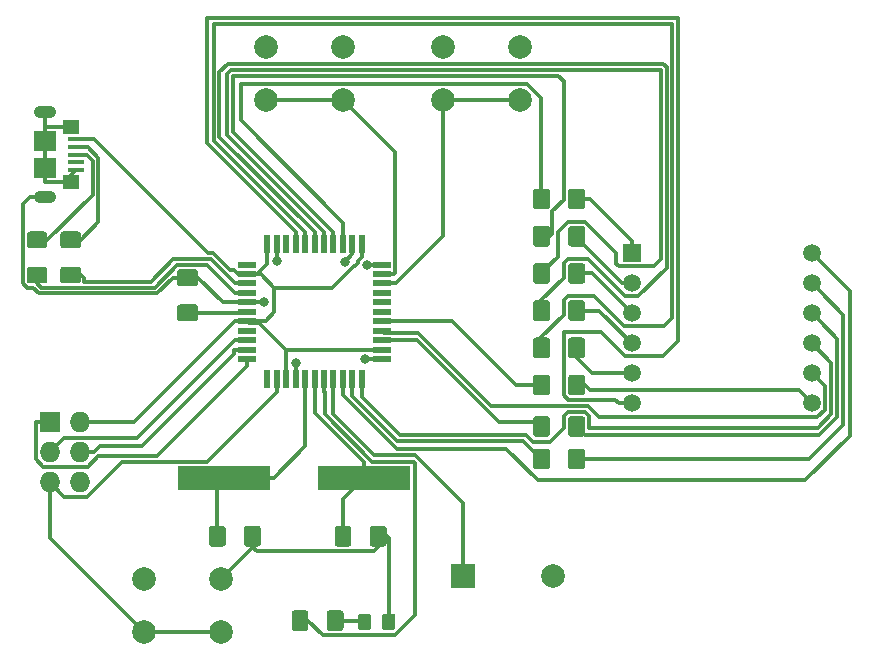
<source format=gbr>
G04 #@! TF.GenerationSoftware,KiCad,Pcbnew,(5.1.5)-3*
G04 #@! TF.CreationDate,2020-08-03T22:27:43-04:00*
G04 #@! TF.ProjectId,Kitchen Timer,4b697463-6865-46e2-9054-696d65722e6b,rev?*
G04 #@! TF.SameCoordinates,Original*
G04 #@! TF.FileFunction,Copper,L1,Top*
G04 #@! TF.FilePolarity,Positive*
%FSLAX46Y46*%
G04 Gerber Fmt 4.6, Leading zero omitted, Abs format (unit mm)*
G04 Created by KiCad (PCBNEW (5.1.5)-3) date 2020-08-03 22:27:43*
%MOMM*%
%LPD*%
G04 APERTURE LIST*
%ADD10C,2.000000*%
%ADD11R,2.000000X2.000000*%
%ADD12C,0.100000*%
%ADD13R,1.900000X1.750000*%
%ADD14R,1.400000X0.400000*%
%ADD15O,1.900000X1.050000*%
%ADD16R,1.450000X1.150000*%
%ADD17R,1.727200X1.727200*%
%ADD18O,1.727200X1.727200*%
%ADD19R,1.500000X0.550000*%
%ADD20R,0.550000X1.500000*%
%ADD21R,1.500000X1.500000*%
%ADD22C,1.500000*%
%ADD23R,7.875000X2.000000*%
%ADD24C,0.800000*%
%ADD25C,0.300000*%
G04 APERTURE END LIST*
D10*
X132500000Y-105750000D03*
D11*
X124900000Y-105750000D03*
G04 #@! TA.AperFunction,SMDPad,CuDef*
D12*
G36*
X118174504Y-101476204D02*
G01*
X118198773Y-101479804D01*
X118222571Y-101485765D01*
X118245671Y-101494030D01*
X118267849Y-101504520D01*
X118288893Y-101517133D01*
X118308598Y-101531747D01*
X118326777Y-101548223D01*
X118343253Y-101566402D01*
X118357867Y-101586107D01*
X118370480Y-101607151D01*
X118380970Y-101629329D01*
X118389235Y-101652429D01*
X118395196Y-101676227D01*
X118398796Y-101700496D01*
X118400000Y-101725000D01*
X118400000Y-102975000D01*
X118398796Y-102999504D01*
X118395196Y-103023773D01*
X118389235Y-103047571D01*
X118380970Y-103070671D01*
X118370480Y-103092849D01*
X118357867Y-103113893D01*
X118343253Y-103133598D01*
X118326777Y-103151777D01*
X118308598Y-103168253D01*
X118288893Y-103182867D01*
X118267849Y-103195480D01*
X118245671Y-103205970D01*
X118222571Y-103214235D01*
X118198773Y-103220196D01*
X118174504Y-103223796D01*
X118150000Y-103225000D01*
X117225000Y-103225000D01*
X117200496Y-103223796D01*
X117176227Y-103220196D01*
X117152429Y-103214235D01*
X117129329Y-103205970D01*
X117107151Y-103195480D01*
X117086107Y-103182867D01*
X117066402Y-103168253D01*
X117048223Y-103151777D01*
X117031747Y-103133598D01*
X117017133Y-103113893D01*
X117004520Y-103092849D01*
X116994030Y-103070671D01*
X116985765Y-103047571D01*
X116979804Y-103023773D01*
X116976204Y-102999504D01*
X116975000Y-102975000D01*
X116975000Y-101725000D01*
X116976204Y-101700496D01*
X116979804Y-101676227D01*
X116985765Y-101652429D01*
X116994030Y-101629329D01*
X117004520Y-101607151D01*
X117017133Y-101586107D01*
X117031747Y-101566402D01*
X117048223Y-101548223D01*
X117066402Y-101531747D01*
X117086107Y-101517133D01*
X117107151Y-101504520D01*
X117129329Y-101494030D01*
X117152429Y-101485765D01*
X117176227Y-101479804D01*
X117200496Y-101476204D01*
X117225000Y-101475000D01*
X118150000Y-101475000D01*
X118174504Y-101476204D01*
G37*
G04 #@! TD.AperFunction*
G04 #@! TA.AperFunction,SMDPad,CuDef*
G36*
X115199504Y-101476204D02*
G01*
X115223773Y-101479804D01*
X115247571Y-101485765D01*
X115270671Y-101494030D01*
X115292849Y-101504520D01*
X115313893Y-101517133D01*
X115333598Y-101531747D01*
X115351777Y-101548223D01*
X115368253Y-101566402D01*
X115382867Y-101586107D01*
X115395480Y-101607151D01*
X115405970Y-101629329D01*
X115414235Y-101652429D01*
X115420196Y-101676227D01*
X115423796Y-101700496D01*
X115425000Y-101725000D01*
X115425000Y-102975000D01*
X115423796Y-102999504D01*
X115420196Y-103023773D01*
X115414235Y-103047571D01*
X115405970Y-103070671D01*
X115395480Y-103092849D01*
X115382867Y-103113893D01*
X115368253Y-103133598D01*
X115351777Y-103151777D01*
X115333598Y-103168253D01*
X115313893Y-103182867D01*
X115292849Y-103195480D01*
X115270671Y-103205970D01*
X115247571Y-103214235D01*
X115223773Y-103220196D01*
X115199504Y-103223796D01*
X115175000Y-103225000D01*
X114250000Y-103225000D01*
X114225496Y-103223796D01*
X114201227Y-103220196D01*
X114177429Y-103214235D01*
X114154329Y-103205970D01*
X114132151Y-103195480D01*
X114111107Y-103182867D01*
X114091402Y-103168253D01*
X114073223Y-103151777D01*
X114056747Y-103133598D01*
X114042133Y-103113893D01*
X114029520Y-103092849D01*
X114019030Y-103070671D01*
X114010765Y-103047571D01*
X114004804Y-103023773D01*
X114001204Y-102999504D01*
X114000000Y-102975000D01*
X114000000Y-101725000D01*
X114001204Y-101700496D01*
X114004804Y-101676227D01*
X114010765Y-101652429D01*
X114019030Y-101629329D01*
X114029520Y-101607151D01*
X114042133Y-101586107D01*
X114056747Y-101566402D01*
X114073223Y-101548223D01*
X114091402Y-101531747D01*
X114111107Y-101517133D01*
X114132151Y-101504520D01*
X114154329Y-101494030D01*
X114177429Y-101485765D01*
X114201227Y-101479804D01*
X114225496Y-101476204D01*
X114250000Y-101475000D01*
X115175000Y-101475000D01*
X115199504Y-101476204D01*
G37*
G04 #@! TD.AperFunction*
G04 #@! TA.AperFunction,SMDPad,CuDef*
G36*
X104549504Y-101476204D02*
G01*
X104573773Y-101479804D01*
X104597571Y-101485765D01*
X104620671Y-101494030D01*
X104642849Y-101504520D01*
X104663893Y-101517133D01*
X104683598Y-101531747D01*
X104701777Y-101548223D01*
X104718253Y-101566402D01*
X104732867Y-101586107D01*
X104745480Y-101607151D01*
X104755970Y-101629329D01*
X104764235Y-101652429D01*
X104770196Y-101676227D01*
X104773796Y-101700496D01*
X104775000Y-101725000D01*
X104775000Y-102975000D01*
X104773796Y-102999504D01*
X104770196Y-103023773D01*
X104764235Y-103047571D01*
X104755970Y-103070671D01*
X104745480Y-103092849D01*
X104732867Y-103113893D01*
X104718253Y-103133598D01*
X104701777Y-103151777D01*
X104683598Y-103168253D01*
X104663893Y-103182867D01*
X104642849Y-103195480D01*
X104620671Y-103205970D01*
X104597571Y-103214235D01*
X104573773Y-103220196D01*
X104549504Y-103223796D01*
X104525000Y-103225000D01*
X103600000Y-103225000D01*
X103575496Y-103223796D01*
X103551227Y-103220196D01*
X103527429Y-103214235D01*
X103504329Y-103205970D01*
X103482151Y-103195480D01*
X103461107Y-103182867D01*
X103441402Y-103168253D01*
X103423223Y-103151777D01*
X103406747Y-103133598D01*
X103392133Y-103113893D01*
X103379520Y-103092849D01*
X103369030Y-103070671D01*
X103360765Y-103047571D01*
X103354804Y-103023773D01*
X103351204Y-102999504D01*
X103350000Y-102975000D01*
X103350000Y-101725000D01*
X103351204Y-101700496D01*
X103354804Y-101676227D01*
X103360765Y-101652429D01*
X103369030Y-101629329D01*
X103379520Y-101607151D01*
X103392133Y-101586107D01*
X103406747Y-101566402D01*
X103423223Y-101548223D01*
X103441402Y-101531747D01*
X103461107Y-101517133D01*
X103482151Y-101504520D01*
X103504329Y-101494030D01*
X103527429Y-101485765D01*
X103551227Y-101479804D01*
X103575496Y-101476204D01*
X103600000Y-101475000D01*
X104525000Y-101475000D01*
X104549504Y-101476204D01*
G37*
G04 #@! TD.AperFunction*
G04 #@! TA.AperFunction,SMDPad,CuDef*
G36*
X107524504Y-101476204D02*
G01*
X107548773Y-101479804D01*
X107572571Y-101485765D01*
X107595671Y-101494030D01*
X107617849Y-101504520D01*
X107638893Y-101517133D01*
X107658598Y-101531747D01*
X107676777Y-101548223D01*
X107693253Y-101566402D01*
X107707867Y-101586107D01*
X107720480Y-101607151D01*
X107730970Y-101629329D01*
X107739235Y-101652429D01*
X107745196Y-101676227D01*
X107748796Y-101700496D01*
X107750000Y-101725000D01*
X107750000Y-102975000D01*
X107748796Y-102999504D01*
X107745196Y-103023773D01*
X107739235Y-103047571D01*
X107730970Y-103070671D01*
X107720480Y-103092849D01*
X107707867Y-103113893D01*
X107693253Y-103133598D01*
X107676777Y-103151777D01*
X107658598Y-103168253D01*
X107638893Y-103182867D01*
X107617849Y-103195480D01*
X107595671Y-103205970D01*
X107572571Y-103214235D01*
X107548773Y-103220196D01*
X107524504Y-103223796D01*
X107500000Y-103225000D01*
X106575000Y-103225000D01*
X106550496Y-103223796D01*
X106526227Y-103220196D01*
X106502429Y-103214235D01*
X106479329Y-103205970D01*
X106457151Y-103195480D01*
X106436107Y-103182867D01*
X106416402Y-103168253D01*
X106398223Y-103151777D01*
X106381747Y-103133598D01*
X106367133Y-103113893D01*
X106354520Y-103092849D01*
X106344030Y-103070671D01*
X106335765Y-103047571D01*
X106329804Y-103023773D01*
X106326204Y-102999504D01*
X106325000Y-102975000D01*
X106325000Y-101725000D01*
X106326204Y-101700496D01*
X106329804Y-101676227D01*
X106335765Y-101652429D01*
X106344030Y-101629329D01*
X106354520Y-101607151D01*
X106367133Y-101586107D01*
X106381747Y-101566402D01*
X106398223Y-101548223D01*
X106416402Y-101531747D01*
X106436107Y-101517133D01*
X106457151Y-101504520D01*
X106479329Y-101494030D01*
X106502429Y-101485765D01*
X106526227Y-101479804D01*
X106550496Y-101476204D01*
X106575000Y-101475000D01*
X107500000Y-101475000D01*
X107524504Y-101476204D01*
G37*
G04 #@! TD.AperFunction*
G04 #@! TA.AperFunction,SMDPad,CuDef*
G36*
X102199504Y-82726204D02*
G01*
X102223773Y-82729804D01*
X102247571Y-82735765D01*
X102270671Y-82744030D01*
X102292849Y-82754520D01*
X102313893Y-82767133D01*
X102333598Y-82781747D01*
X102351777Y-82798223D01*
X102368253Y-82816402D01*
X102382867Y-82836107D01*
X102395480Y-82857151D01*
X102405970Y-82879329D01*
X102414235Y-82902429D01*
X102420196Y-82926227D01*
X102423796Y-82950496D01*
X102425000Y-82975000D01*
X102425000Y-83900000D01*
X102423796Y-83924504D01*
X102420196Y-83948773D01*
X102414235Y-83972571D01*
X102405970Y-83995671D01*
X102395480Y-84017849D01*
X102382867Y-84038893D01*
X102368253Y-84058598D01*
X102351777Y-84076777D01*
X102333598Y-84093253D01*
X102313893Y-84107867D01*
X102292849Y-84120480D01*
X102270671Y-84130970D01*
X102247571Y-84139235D01*
X102223773Y-84145196D01*
X102199504Y-84148796D01*
X102175000Y-84150000D01*
X100925000Y-84150000D01*
X100900496Y-84148796D01*
X100876227Y-84145196D01*
X100852429Y-84139235D01*
X100829329Y-84130970D01*
X100807151Y-84120480D01*
X100786107Y-84107867D01*
X100766402Y-84093253D01*
X100748223Y-84076777D01*
X100731747Y-84058598D01*
X100717133Y-84038893D01*
X100704520Y-84017849D01*
X100694030Y-83995671D01*
X100685765Y-83972571D01*
X100679804Y-83948773D01*
X100676204Y-83924504D01*
X100675000Y-83900000D01*
X100675000Y-82975000D01*
X100676204Y-82950496D01*
X100679804Y-82926227D01*
X100685765Y-82902429D01*
X100694030Y-82879329D01*
X100704520Y-82857151D01*
X100717133Y-82836107D01*
X100731747Y-82816402D01*
X100748223Y-82798223D01*
X100766402Y-82781747D01*
X100786107Y-82767133D01*
X100807151Y-82754520D01*
X100829329Y-82744030D01*
X100852429Y-82735765D01*
X100876227Y-82729804D01*
X100900496Y-82726204D01*
X100925000Y-82725000D01*
X102175000Y-82725000D01*
X102199504Y-82726204D01*
G37*
G04 #@! TD.AperFunction*
G04 #@! TA.AperFunction,SMDPad,CuDef*
G36*
X102199504Y-79751204D02*
G01*
X102223773Y-79754804D01*
X102247571Y-79760765D01*
X102270671Y-79769030D01*
X102292849Y-79779520D01*
X102313893Y-79792133D01*
X102333598Y-79806747D01*
X102351777Y-79823223D01*
X102368253Y-79841402D01*
X102382867Y-79861107D01*
X102395480Y-79882151D01*
X102405970Y-79904329D01*
X102414235Y-79927429D01*
X102420196Y-79951227D01*
X102423796Y-79975496D01*
X102425000Y-80000000D01*
X102425000Y-80925000D01*
X102423796Y-80949504D01*
X102420196Y-80973773D01*
X102414235Y-80997571D01*
X102405970Y-81020671D01*
X102395480Y-81042849D01*
X102382867Y-81063893D01*
X102368253Y-81083598D01*
X102351777Y-81101777D01*
X102333598Y-81118253D01*
X102313893Y-81132867D01*
X102292849Y-81145480D01*
X102270671Y-81155970D01*
X102247571Y-81164235D01*
X102223773Y-81170196D01*
X102199504Y-81173796D01*
X102175000Y-81175000D01*
X100925000Y-81175000D01*
X100900496Y-81173796D01*
X100876227Y-81170196D01*
X100852429Y-81164235D01*
X100829329Y-81155970D01*
X100807151Y-81145480D01*
X100786107Y-81132867D01*
X100766402Y-81118253D01*
X100748223Y-81101777D01*
X100731747Y-81083598D01*
X100717133Y-81063893D01*
X100704520Y-81042849D01*
X100694030Y-81020671D01*
X100685765Y-80997571D01*
X100679804Y-80973773D01*
X100676204Y-80949504D01*
X100675000Y-80925000D01*
X100675000Y-80000000D01*
X100676204Y-79975496D01*
X100679804Y-79951227D01*
X100685765Y-79927429D01*
X100694030Y-79904329D01*
X100704520Y-79882151D01*
X100717133Y-79861107D01*
X100731747Y-79841402D01*
X100748223Y-79823223D01*
X100766402Y-79806747D01*
X100786107Y-79792133D01*
X100807151Y-79779520D01*
X100829329Y-79769030D01*
X100852429Y-79760765D01*
X100876227Y-79754804D01*
X100900496Y-79751204D01*
X100925000Y-79750000D01*
X102175000Y-79750000D01*
X102199504Y-79751204D01*
G37*
G04 #@! TD.AperFunction*
G04 #@! TA.AperFunction,SMDPad,CuDef*
G36*
X118924505Y-108901204D02*
G01*
X118948773Y-108904804D01*
X118972572Y-108910765D01*
X118995671Y-108919030D01*
X119017850Y-108929520D01*
X119038893Y-108942132D01*
X119058599Y-108956747D01*
X119076777Y-108973223D01*
X119093253Y-108991401D01*
X119107868Y-109011107D01*
X119120480Y-109032150D01*
X119130970Y-109054329D01*
X119139235Y-109077428D01*
X119145196Y-109101227D01*
X119148796Y-109125495D01*
X119150000Y-109149999D01*
X119150000Y-110050001D01*
X119148796Y-110074505D01*
X119145196Y-110098773D01*
X119139235Y-110122572D01*
X119130970Y-110145671D01*
X119120480Y-110167850D01*
X119107868Y-110188893D01*
X119093253Y-110208599D01*
X119076777Y-110226777D01*
X119058599Y-110243253D01*
X119038893Y-110257868D01*
X119017850Y-110270480D01*
X118995671Y-110280970D01*
X118972572Y-110289235D01*
X118948773Y-110295196D01*
X118924505Y-110298796D01*
X118900001Y-110300000D01*
X118249999Y-110300000D01*
X118225495Y-110298796D01*
X118201227Y-110295196D01*
X118177428Y-110289235D01*
X118154329Y-110280970D01*
X118132150Y-110270480D01*
X118111107Y-110257868D01*
X118091401Y-110243253D01*
X118073223Y-110226777D01*
X118056747Y-110208599D01*
X118042132Y-110188893D01*
X118029520Y-110167850D01*
X118019030Y-110145671D01*
X118010765Y-110122572D01*
X118004804Y-110098773D01*
X118001204Y-110074505D01*
X118000000Y-110050001D01*
X118000000Y-109149999D01*
X118001204Y-109125495D01*
X118004804Y-109101227D01*
X118010765Y-109077428D01*
X118019030Y-109054329D01*
X118029520Y-109032150D01*
X118042132Y-109011107D01*
X118056747Y-108991401D01*
X118073223Y-108973223D01*
X118091401Y-108956747D01*
X118111107Y-108942132D01*
X118132150Y-108929520D01*
X118154329Y-108919030D01*
X118177428Y-108910765D01*
X118201227Y-108904804D01*
X118225495Y-108901204D01*
X118249999Y-108900000D01*
X118900001Y-108900000D01*
X118924505Y-108901204D01*
G37*
G04 #@! TD.AperFunction*
G04 #@! TA.AperFunction,SMDPad,CuDef*
G36*
X116874505Y-108901204D02*
G01*
X116898773Y-108904804D01*
X116922572Y-108910765D01*
X116945671Y-108919030D01*
X116967850Y-108929520D01*
X116988893Y-108942132D01*
X117008599Y-108956747D01*
X117026777Y-108973223D01*
X117043253Y-108991401D01*
X117057868Y-109011107D01*
X117070480Y-109032150D01*
X117080970Y-109054329D01*
X117089235Y-109077428D01*
X117095196Y-109101227D01*
X117098796Y-109125495D01*
X117100000Y-109149999D01*
X117100000Y-110050001D01*
X117098796Y-110074505D01*
X117095196Y-110098773D01*
X117089235Y-110122572D01*
X117080970Y-110145671D01*
X117070480Y-110167850D01*
X117057868Y-110188893D01*
X117043253Y-110208599D01*
X117026777Y-110226777D01*
X117008599Y-110243253D01*
X116988893Y-110257868D01*
X116967850Y-110270480D01*
X116945671Y-110280970D01*
X116922572Y-110289235D01*
X116898773Y-110295196D01*
X116874505Y-110298796D01*
X116850001Y-110300000D01*
X116199999Y-110300000D01*
X116175495Y-110298796D01*
X116151227Y-110295196D01*
X116127428Y-110289235D01*
X116104329Y-110280970D01*
X116082150Y-110270480D01*
X116061107Y-110257868D01*
X116041401Y-110243253D01*
X116023223Y-110226777D01*
X116006747Y-110208599D01*
X115992132Y-110188893D01*
X115979520Y-110167850D01*
X115969030Y-110145671D01*
X115960765Y-110122572D01*
X115954804Y-110098773D01*
X115951204Y-110074505D01*
X115950000Y-110050001D01*
X115950000Y-109149999D01*
X115951204Y-109125495D01*
X115954804Y-109101227D01*
X115960765Y-109077428D01*
X115969030Y-109054329D01*
X115979520Y-109032150D01*
X115992132Y-109011107D01*
X116006747Y-108991401D01*
X116023223Y-108973223D01*
X116041401Y-108956747D01*
X116061107Y-108942132D01*
X116082150Y-108929520D01*
X116104329Y-108919030D01*
X116127428Y-108910765D01*
X116151227Y-108904804D01*
X116175495Y-108901204D01*
X116199999Y-108900000D01*
X116850001Y-108900000D01*
X116874505Y-108901204D01*
G37*
G04 #@! TD.AperFunction*
D13*
X89450000Y-71175000D03*
D14*
X92100000Y-69400000D03*
X92100000Y-68750000D03*
X92100000Y-71350000D03*
X92100000Y-70700000D03*
X92100000Y-70050000D03*
D13*
X89450000Y-68925000D03*
D15*
X89450000Y-66475000D03*
X89450000Y-73625000D03*
D16*
X91680000Y-72370000D03*
X91680000Y-67730000D03*
D17*
X89890000Y-92720000D03*
D18*
X92430000Y-92720000D03*
X89890000Y-95260000D03*
X92430000Y-95260000D03*
X89890000Y-97800000D03*
X92430000Y-97800000D03*
G04 #@! TA.AperFunction,SMDPad,CuDef*
D12*
G36*
X89449504Y-79526204D02*
G01*
X89473773Y-79529804D01*
X89497571Y-79535765D01*
X89520671Y-79544030D01*
X89542849Y-79554520D01*
X89563893Y-79567133D01*
X89583598Y-79581747D01*
X89601777Y-79598223D01*
X89618253Y-79616402D01*
X89632867Y-79636107D01*
X89645480Y-79657151D01*
X89655970Y-79679329D01*
X89664235Y-79702429D01*
X89670196Y-79726227D01*
X89673796Y-79750496D01*
X89675000Y-79775000D01*
X89675000Y-80700000D01*
X89673796Y-80724504D01*
X89670196Y-80748773D01*
X89664235Y-80772571D01*
X89655970Y-80795671D01*
X89645480Y-80817849D01*
X89632867Y-80838893D01*
X89618253Y-80858598D01*
X89601777Y-80876777D01*
X89583598Y-80893253D01*
X89563893Y-80907867D01*
X89542849Y-80920480D01*
X89520671Y-80930970D01*
X89497571Y-80939235D01*
X89473773Y-80945196D01*
X89449504Y-80948796D01*
X89425000Y-80950000D01*
X88175000Y-80950000D01*
X88150496Y-80948796D01*
X88126227Y-80945196D01*
X88102429Y-80939235D01*
X88079329Y-80930970D01*
X88057151Y-80920480D01*
X88036107Y-80907867D01*
X88016402Y-80893253D01*
X87998223Y-80876777D01*
X87981747Y-80858598D01*
X87967133Y-80838893D01*
X87954520Y-80817849D01*
X87944030Y-80795671D01*
X87935765Y-80772571D01*
X87929804Y-80748773D01*
X87926204Y-80724504D01*
X87925000Y-80700000D01*
X87925000Y-79775000D01*
X87926204Y-79750496D01*
X87929804Y-79726227D01*
X87935765Y-79702429D01*
X87944030Y-79679329D01*
X87954520Y-79657151D01*
X87967133Y-79636107D01*
X87981747Y-79616402D01*
X87998223Y-79598223D01*
X88016402Y-79581747D01*
X88036107Y-79567133D01*
X88057151Y-79554520D01*
X88079329Y-79544030D01*
X88102429Y-79535765D01*
X88126227Y-79529804D01*
X88150496Y-79526204D01*
X88175000Y-79525000D01*
X89425000Y-79525000D01*
X89449504Y-79526204D01*
G37*
G04 #@! TD.AperFunction*
G04 #@! TA.AperFunction,SMDPad,CuDef*
G36*
X89449504Y-76551204D02*
G01*
X89473773Y-76554804D01*
X89497571Y-76560765D01*
X89520671Y-76569030D01*
X89542849Y-76579520D01*
X89563893Y-76592133D01*
X89583598Y-76606747D01*
X89601777Y-76623223D01*
X89618253Y-76641402D01*
X89632867Y-76661107D01*
X89645480Y-76682151D01*
X89655970Y-76704329D01*
X89664235Y-76727429D01*
X89670196Y-76751227D01*
X89673796Y-76775496D01*
X89675000Y-76800000D01*
X89675000Y-77725000D01*
X89673796Y-77749504D01*
X89670196Y-77773773D01*
X89664235Y-77797571D01*
X89655970Y-77820671D01*
X89645480Y-77842849D01*
X89632867Y-77863893D01*
X89618253Y-77883598D01*
X89601777Y-77901777D01*
X89583598Y-77918253D01*
X89563893Y-77932867D01*
X89542849Y-77945480D01*
X89520671Y-77955970D01*
X89497571Y-77964235D01*
X89473773Y-77970196D01*
X89449504Y-77973796D01*
X89425000Y-77975000D01*
X88175000Y-77975000D01*
X88150496Y-77973796D01*
X88126227Y-77970196D01*
X88102429Y-77964235D01*
X88079329Y-77955970D01*
X88057151Y-77945480D01*
X88036107Y-77932867D01*
X88016402Y-77918253D01*
X87998223Y-77901777D01*
X87981747Y-77883598D01*
X87967133Y-77863893D01*
X87954520Y-77842849D01*
X87944030Y-77820671D01*
X87935765Y-77797571D01*
X87929804Y-77773773D01*
X87926204Y-77749504D01*
X87925000Y-77725000D01*
X87925000Y-76800000D01*
X87926204Y-76775496D01*
X87929804Y-76751227D01*
X87935765Y-76727429D01*
X87944030Y-76704329D01*
X87954520Y-76682151D01*
X87967133Y-76661107D01*
X87981747Y-76641402D01*
X87998223Y-76623223D01*
X88016402Y-76606747D01*
X88036107Y-76592133D01*
X88057151Y-76579520D01*
X88079329Y-76569030D01*
X88102429Y-76560765D01*
X88126227Y-76554804D01*
X88150496Y-76551204D01*
X88175000Y-76550000D01*
X89425000Y-76550000D01*
X89449504Y-76551204D01*
G37*
G04 #@! TD.AperFunction*
G04 #@! TA.AperFunction,SMDPad,CuDef*
G36*
X92299504Y-79526204D02*
G01*
X92323773Y-79529804D01*
X92347571Y-79535765D01*
X92370671Y-79544030D01*
X92392849Y-79554520D01*
X92413893Y-79567133D01*
X92433598Y-79581747D01*
X92451777Y-79598223D01*
X92468253Y-79616402D01*
X92482867Y-79636107D01*
X92495480Y-79657151D01*
X92505970Y-79679329D01*
X92514235Y-79702429D01*
X92520196Y-79726227D01*
X92523796Y-79750496D01*
X92525000Y-79775000D01*
X92525000Y-80700000D01*
X92523796Y-80724504D01*
X92520196Y-80748773D01*
X92514235Y-80772571D01*
X92505970Y-80795671D01*
X92495480Y-80817849D01*
X92482867Y-80838893D01*
X92468253Y-80858598D01*
X92451777Y-80876777D01*
X92433598Y-80893253D01*
X92413893Y-80907867D01*
X92392849Y-80920480D01*
X92370671Y-80930970D01*
X92347571Y-80939235D01*
X92323773Y-80945196D01*
X92299504Y-80948796D01*
X92275000Y-80950000D01*
X91025000Y-80950000D01*
X91000496Y-80948796D01*
X90976227Y-80945196D01*
X90952429Y-80939235D01*
X90929329Y-80930970D01*
X90907151Y-80920480D01*
X90886107Y-80907867D01*
X90866402Y-80893253D01*
X90848223Y-80876777D01*
X90831747Y-80858598D01*
X90817133Y-80838893D01*
X90804520Y-80817849D01*
X90794030Y-80795671D01*
X90785765Y-80772571D01*
X90779804Y-80748773D01*
X90776204Y-80724504D01*
X90775000Y-80700000D01*
X90775000Y-79775000D01*
X90776204Y-79750496D01*
X90779804Y-79726227D01*
X90785765Y-79702429D01*
X90794030Y-79679329D01*
X90804520Y-79657151D01*
X90817133Y-79636107D01*
X90831747Y-79616402D01*
X90848223Y-79598223D01*
X90866402Y-79581747D01*
X90886107Y-79567133D01*
X90907151Y-79554520D01*
X90929329Y-79544030D01*
X90952429Y-79535765D01*
X90976227Y-79529804D01*
X91000496Y-79526204D01*
X91025000Y-79525000D01*
X92275000Y-79525000D01*
X92299504Y-79526204D01*
G37*
G04 #@! TD.AperFunction*
G04 #@! TA.AperFunction,SMDPad,CuDef*
G36*
X92299504Y-76551204D02*
G01*
X92323773Y-76554804D01*
X92347571Y-76560765D01*
X92370671Y-76569030D01*
X92392849Y-76579520D01*
X92413893Y-76592133D01*
X92433598Y-76606747D01*
X92451777Y-76623223D01*
X92468253Y-76641402D01*
X92482867Y-76661107D01*
X92495480Y-76682151D01*
X92505970Y-76704329D01*
X92514235Y-76727429D01*
X92520196Y-76751227D01*
X92523796Y-76775496D01*
X92525000Y-76800000D01*
X92525000Y-77725000D01*
X92523796Y-77749504D01*
X92520196Y-77773773D01*
X92514235Y-77797571D01*
X92505970Y-77820671D01*
X92495480Y-77842849D01*
X92482867Y-77863893D01*
X92468253Y-77883598D01*
X92451777Y-77901777D01*
X92433598Y-77918253D01*
X92413893Y-77932867D01*
X92392849Y-77945480D01*
X92370671Y-77955970D01*
X92347571Y-77964235D01*
X92323773Y-77970196D01*
X92299504Y-77973796D01*
X92275000Y-77975000D01*
X91025000Y-77975000D01*
X91000496Y-77973796D01*
X90976227Y-77970196D01*
X90952429Y-77964235D01*
X90929329Y-77955970D01*
X90907151Y-77945480D01*
X90886107Y-77932867D01*
X90866402Y-77918253D01*
X90848223Y-77901777D01*
X90831747Y-77883598D01*
X90817133Y-77863893D01*
X90804520Y-77842849D01*
X90794030Y-77820671D01*
X90785765Y-77797571D01*
X90779804Y-77773773D01*
X90776204Y-77749504D01*
X90775000Y-77725000D01*
X90775000Y-76800000D01*
X90776204Y-76775496D01*
X90779804Y-76751227D01*
X90785765Y-76727429D01*
X90794030Y-76704329D01*
X90804520Y-76682151D01*
X90817133Y-76661107D01*
X90831747Y-76641402D01*
X90848223Y-76623223D01*
X90866402Y-76606747D01*
X90886107Y-76592133D01*
X90907151Y-76579520D01*
X90929329Y-76569030D01*
X90952429Y-76560765D01*
X90976227Y-76554804D01*
X91000496Y-76551204D01*
X91025000Y-76550000D01*
X92275000Y-76550000D01*
X92299504Y-76551204D01*
G37*
G04 #@! TD.AperFunction*
G04 #@! TA.AperFunction,SMDPad,CuDef*
G36*
X111549504Y-108626204D02*
G01*
X111573773Y-108629804D01*
X111597571Y-108635765D01*
X111620671Y-108644030D01*
X111642849Y-108654520D01*
X111663893Y-108667133D01*
X111683598Y-108681747D01*
X111701777Y-108698223D01*
X111718253Y-108716402D01*
X111732867Y-108736107D01*
X111745480Y-108757151D01*
X111755970Y-108779329D01*
X111764235Y-108802429D01*
X111770196Y-108826227D01*
X111773796Y-108850496D01*
X111775000Y-108875000D01*
X111775000Y-110125000D01*
X111773796Y-110149504D01*
X111770196Y-110173773D01*
X111764235Y-110197571D01*
X111755970Y-110220671D01*
X111745480Y-110242849D01*
X111732867Y-110263893D01*
X111718253Y-110283598D01*
X111701777Y-110301777D01*
X111683598Y-110318253D01*
X111663893Y-110332867D01*
X111642849Y-110345480D01*
X111620671Y-110355970D01*
X111597571Y-110364235D01*
X111573773Y-110370196D01*
X111549504Y-110373796D01*
X111525000Y-110375000D01*
X110600000Y-110375000D01*
X110575496Y-110373796D01*
X110551227Y-110370196D01*
X110527429Y-110364235D01*
X110504329Y-110355970D01*
X110482151Y-110345480D01*
X110461107Y-110332867D01*
X110441402Y-110318253D01*
X110423223Y-110301777D01*
X110406747Y-110283598D01*
X110392133Y-110263893D01*
X110379520Y-110242849D01*
X110369030Y-110220671D01*
X110360765Y-110197571D01*
X110354804Y-110173773D01*
X110351204Y-110149504D01*
X110350000Y-110125000D01*
X110350000Y-108875000D01*
X110351204Y-108850496D01*
X110354804Y-108826227D01*
X110360765Y-108802429D01*
X110369030Y-108779329D01*
X110379520Y-108757151D01*
X110392133Y-108736107D01*
X110406747Y-108716402D01*
X110423223Y-108698223D01*
X110441402Y-108681747D01*
X110461107Y-108667133D01*
X110482151Y-108654520D01*
X110504329Y-108644030D01*
X110527429Y-108635765D01*
X110551227Y-108629804D01*
X110575496Y-108626204D01*
X110600000Y-108625000D01*
X111525000Y-108625000D01*
X111549504Y-108626204D01*
G37*
G04 #@! TD.AperFunction*
G04 #@! TA.AperFunction,SMDPad,CuDef*
G36*
X114524504Y-108626204D02*
G01*
X114548773Y-108629804D01*
X114572571Y-108635765D01*
X114595671Y-108644030D01*
X114617849Y-108654520D01*
X114638893Y-108667133D01*
X114658598Y-108681747D01*
X114676777Y-108698223D01*
X114693253Y-108716402D01*
X114707867Y-108736107D01*
X114720480Y-108757151D01*
X114730970Y-108779329D01*
X114739235Y-108802429D01*
X114745196Y-108826227D01*
X114748796Y-108850496D01*
X114750000Y-108875000D01*
X114750000Y-110125000D01*
X114748796Y-110149504D01*
X114745196Y-110173773D01*
X114739235Y-110197571D01*
X114730970Y-110220671D01*
X114720480Y-110242849D01*
X114707867Y-110263893D01*
X114693253Y-110283598D01*
X114676777Y-110301777D01*
X114658598Y-110318253D01*
X114638893Y-110332867D01*
X114617849Y-110345480D01*
X114595671Y-110355970D01*
X114572571Y-110364235D01*
X114548773Y-110370196D01*
X114524504Y-110373796D01*
X114500000Y-110375000D01*
X113575000Y-110375000D01*
X113550496Y-110373796D01*
X113526227Y-110370196D01*
X113502429Y-110364235D01*
X113479329Y-110355970D01*
X113457151Y-110345480D01*
X113436107Y-110332867D01*
X113416402Y-110318253D01*
X113398223Y-110301777D01*
X113381747Y-110283598D01*
X113367133Y-110263893D01*
X113354520Y-110242849D01*
X113344030Y-110220671D01*
X113335765Y-110197571D01*
X113329804Y-110173773D01*
X113326204Y-110149504D01*
X113325000Y-110125000D01*
X113325000Y-108875000D01*
X113326204Y-108850496D01*
X113329804Y-108826227D01*
X113335765Y-108802429D01*
X113344030Y-108779329D01*
X113354520Y-108757151D01*
X113367133Y-108736107D01*
X113381747Y-108716402D01*
X113398223Y-108698223D01*
X113416402Y-108681747D01*
X113436107Y-108667133D01*
X113457151Y-108654520D01*
X113479329Y-108644030D01*
X113502429Y-108635765D01*
X113526227Y-108629804D01*
X113550496Y-108626204D01*
X113575000Y-108625000D01*
X114500000Y-108625000D01*
X114524504Y-108626204D01*
G37*
G04 #@! TD.AperFunction*
G04 #@! TA.AperFunction,SMDPad,CuDef*
G36*
X131999504Y-94926204D02*
G01*
X132023773Y-94929804D01*
X132047571Y-94935765D01*
X132070671Y-94944030D01*
X132092849Y-94954520D01*
X132113893Y-94967133D01*
X132133598Y-94981747D01*
X132151777Y-94998223D01*
X132168253Y-95016402D01*
X132182867Y-95036107D01*
X132195480Y-95057151D01*
X132205970Y-95079329D01*
X132214235Y-95102429D01*
X132220196Y-95126227D01*
X132223796Y-95150496D01*
X132225000Y-95175000D01*
X132225000Y-96425000D01*
X132223796Y-96449504D01*
X132220196Y-96473773D01*
X132214235Y-96497571D01*
X132205970Y-96520671D01*
X132195480Y-96542849D01*
X132182867Y-96563893D01*
X132168253Y-96583598D01*
X132151777Y-96601777D01*
X132133598Y-96618253D01*
X132113893Y-96632867D01*
X132092849Y-96645480D01*
X132070671Y-96655970D01*
X132047571Y-96664235D01*
X132023773Y-96670196D01*
X131999504Y-96673796D01*
X131975000Y-96675000D01*
X131050000Y-96675000D01*
X131025496Y-96673796D01*
X131001227Y-96670196D01*
X130977429Y-96664235D01*
X130954329Y-96655970D01*
X130932151Y-96645480D01*
X130911107Y-96632867D01*
X130891402Y-96618253D01*
X130873223Y-96601777D01*
X130856747Y-96583598D01*
X130842133Y-96563893D01*
X130829520Y-96542849D01*
X130819030Y-96520671D01*
X130810765Y-96497571D01*
X130804804Y-96473773D01*
X130801204Y-96449504D01*
X130800000Y-96425000D01*
X130800000Y-95175000D01*
X130801204Y-95150496D01*
X130804804Y-95126227D01*
X130810765Y-95102429D01*
X130819030Y-95079329D01*
X130829520Y-95057151D01*
X130842133Y-95036107D01*
X130856747Y-95016402D01*
X130873223Y-94998223D01*
X130891402Y-94981747D01*
X130911107Y-94967133D01*
X130932151Y-94954520D01*
X130954329Y-94944030D01*
X130977429Y-94935765D01*
X131001227Y-94929804D01*
X131025496Y-94926204D01*
X131050000Y-94925000D01*
X131975000Y-94925000D01*
X131999504Y-94926204D01*
G37*
G04 #@! TD.AperFunction*
G04 #@! TA.AperFunction,SMDPad,CuDef*
G36*
X134974504Y-94926204D02*
G01*
X134998773Y-94929804D01*
X135022571Y-94935765D01*
X135045671Y-94944030D01*
X135067849Y-94954520D01*
X135088893Y-94967133D01*
X135108598Y-94981747D01*
X135126777Y-94998223D01*
X135143253Y-95016402D01*
X135157867Y-95036107D01*
X135170480Y-95057151D01*
X135180970Y-95079329D01*
X135189235Y-95102429D01*
X135195196Y-95126227D01*
X135198796Y-95150496D01*
X135200000Y-95175000D01*
X135200000Y-96425000D01*
X135198796Y-96449504D01*
X135195196Y-96473773D01*
X135189235Y-96497571D01*
X135180970Y-96520671D01*
X135170480Y-96542849D01*
X135157867Y-96563893D01*
X135143253Y-96583598D01*
X135126777Y-96601777D01*
X135108598Y-96618253D01*
X135088893Y-96632867D01*
X135067849Y-96645480D01*
X135045671Y-96655970D01*
X135022571Y-96664235D01*
X134998773Y-96670196D01*
X134974504Y-96673796D01*
X134950000Y-96675000D01*
X134025000Y-96675000D01*
X134000496Y-96673796D01*
X133976227Y-96670196D01*
X133952429Y-96664235D01*
X133929329Y-96655970D01*
X133907151Y-96645480D01*
X133886107Y-96632867D01*
X133866402Y-96618253D01*
X133848223Y-96601777D01*
X133831747Y-96583598D01*
X133817133Y-96563893D01*
X133804520Y-96542849D01*
X133794030Y-96520671D01*
X133785765Y-96497571D01*
X133779804Y-96473773D01*
X133776204Y-96449504D01*
X133775000Y-96425000D01*
X133775000Y-95175000D01*
X133776204Y-95150496D01*
X133779804Y-95126227D01*
X133785765Y-95102429D01*
X133794030Y-95079329D01*
X133804520Y-95057151D01*
X133817133Y-95036107D01*
X133831747Y-95016402D01*
X133848223Y-94998223D01*
X133866402Y-94981747D01*
X133886107Y-94967133D01*
X133907151Y-94954520D01*
X133929329Y-94944030D01*
X133952429Y-94935765D01*
X133976227Y-94929804D01*
X134000496Y-94926204D01*
X134025000Y-94925000D01*
X134950000Y-94925000D01*
X134974504Y-94926204D01*
G37*
G04 #@! TD.AperFunction*
G04 #@! TA.AperFunction,SMDPad,CuDef*
G36*
X134974504Y-88676204D02*
G01*
X134998773Y-88679804D01*
X135022571Y-88685765D01*
X135045671Y-88694030D01*
X135067849Y-88704520D01*
X135088893Y-88717133D01*
X135108598Y-88731747D01*
X135126777Y-88748223D01*
X135143253Y-88766402D01*
X135157867Y-88786107D01*
X135170480Y-88807151D01*
X135180970Y-88829329D01*
X135189235Y-88852429D01*
X135195196Y-88876227D01*
X135198796Y-88900496D01*
X135200000Y-88925000D01*
X135200000Y-90175000D01*
X135198796Y-90199504D01*
X135195196Y-90223773D01*
X135189235Y-90247571D01*
X135180970Y-90270671D01*
X135170480Y-90292849D01*
X135157867Y-90313893D01*
X135143253Y-90333598D01*
X135126777Y-90351777D01*
X135108598Y-90368253D01*
X135088893Y-90382867D01*
X135067849Y-90395480D01*
X135045671Y-90405970D01*
X135022571Y-90414235D01*
X134998773Y-90420196D01*
X134974504Y-90423796D01*
X134950000Y-90425000D01*
X134025000Y-90425000D01*
X134000496Y-90423796D01*
X133976227Y-90420196D01*
X133952429Y-90414235D01*
X133929329Y-90405970D01*
X133907151Y-90395480D01*
X133886107Y-90382867D01*
X133866402Y-90368253D01*
X133848223Y-90351777D01*
X133831747Y-90333598D01*
X133817133Y-90313893D01*
X133804520Y-90292849D01*
X133794030Y-90270671D01*
X133785765Y-90247571D01*
X133779804Y-90223773D01*
X133776204Y-90199504D01*
X133775000Y-90175000D01*
X133775000Y-88925000D01*
X133776204Y-88900496D01*
X133779804Y-88876227D01*
X133785765Y-88852429D01*
X133794030Y-88829329D01*
X133804520Y-88807151D01*
X133817133Y-88786107D01*
X133831747Y-88766402D01*
X133848223Y-88748223D01*
X133866402Y-88731747D01*
X133886107Y-88717133D01*
X133907151Y-88704520D01*
X133929329Y-88694030D01*
X133952429Y-88685765D01*
X133976227Y-88679804D01*
X134000496Y-88676204D01*
X134025000Y-88675000D01*
X134950000Y-88675000D01*
X134974504Y-88676204D01*
G37*
G04 #@! TD.AperFunction*
G04 #@! TA.AperFunction,SMDPad,CuDef*
G36*
X131999504Y-88676204D02*
G01*
X132023773Y-88679804D01*
X132047571Y-88685765D01*
X132070671Y-88694030D01*
X132092849Y-88704520D01*
X132113893Y-88717133D01*
X132133598Y-88731747D01*
X132151777Y-88748223D01*
X132168253Y-88766402D01*
X132182867Y-88786107D01*
X132195480Y-88807151D01*
X132205970Y-88829329D01*
X132214235Y-88852429D01*
X132220196Y-88876227D01*
X132223796Y-88900496D01*
X132225000Y-88925000D01*
X132225000Y-90175000D01*
X132223796Y-90199504D01*
X132220196Y-90223773D01*
X132214235Y-90247571D01*
X132205970Y-90270671D01*
X132195480Y-90292849D01*
X132182867Y-90313893D01*
X132168253Y-90333598D01*
X132151777Y-90351777D01*
X132133598Y-90368253D01*
X132113893Y-90382867D01*
X132092849Y-90395480D01*
X132070671Y-90405970D01*
X132047571Y-90414235D01*
X132023773Y-90420196D01*
X131999504Y-90423796D01*
X131975000Y-90425000D01*
X131050000Y-90425000D01*
X131025496Y-90423796D01*
X131001227Y-90420196D01*
X130977429Y-90414235D01*
X130954329Y-90405970D01*
X130932151Y-90395480D01*
X130911107Y-90382867D01*
X130891402Y-90368253D01*
X130873223Y-90351777D01*
X130856747Y-90333598D01*
X130842133Y-90313893D01*
X130829520Y-90292849D01*
X130819030Y-90270671D01*
X130810765Y-90247571D01*
X130804804Y-90223773D01*
X130801204Y-90199504D01*
X130800000Y-90175000D01*
X130800000Y-88925000D01*
X130801204Y-88900496D01*
X130804804Y-88876227D01*
X130810765Y-88852429D01*
X130819030Y-88829329D01*
X130829520Y-88807151D01*
X130842133Y-88786107D01*
X130856747Y-88766402D01*
X130873223Y-88748223D01*
X130891402Y-88731747D01*
X130911107Y-88717133D01*
X130932151Y-88704520D01*
X130954329Y-88694030D01*
X130977429Y-88685765D01*
X131001227Y-88679804D01*
X131025496Y-88676204D01*
X131050000Y-88675000D01*
X131975000Y-88675000D01*
X131999504Y-88676204D01*
G37*
G04 #@! TD.AperFunction*
G04 #@! TA.AperFunction,SMDPad,CuDef*
G36*
X131999504Y-82376204D02*
G01*
X132023773Y-82379804D01*
X132047571Y-82385765D01*
X132070671Y-82394030D01*
X132092849Y-82404520D01*
X132113893Y-82417133D01*
X132133598Y-82431747D01*
X132151777Y-82448223D01*
X132168253Y-82466402D01*
X132182867Y-82486107D01*
X132195480Y-82507151D01*
X132205970Y-82529329D01*
X132214235Y-82552429D01*
X132220196Y-82576227D01*
X132223796Y-82600496D01*
X132225000Y-82625000D01*
X132225000Y-83875000D01*
X132223796Y-83899504D01*
X132220196Y-83923773D01*
X132214235Y-83947571D01*
X132205970Y-83970671D01*
X132195480Y-83992849D01*
X132182867Y-84013893D01*
X132168253Y-84033598D01*
X132151777Y-84051777D01*
X132133598Y-84068253D01*
X132113893Y-84082867D01*
X132092849Y-84095480D01*
X132070671Y-84105970D01*
X132047571Y-84114235D01*
X132023773Y-84120196D01*
X131999504Y-84123796D01*
X131975000Y-84125000D01*
X131050000Y-84125000D01*
X131025496Y-84123796D01*
X131001227Y-84120196D01*
X130977429Y-84114235D01*
X130954329Y-84105970D01*
X130932151Y-84095480D01*
X130911107Y-84082867D01*
X130891402Y-84068253D01*
X130873223Y-84051777D01*
X130856747Y-84033598D01*
X130842133Y-84013893D01*
X130829520Y-83992849D01*
X130819030Y-83970671D01*
X130810765Y-83947571D01*
X130804804Y-83923773D01*
X130801204Y-83899504D01*
X130800000Y-83875000D01*
X130800000Y-82625000D01*
X130801204Y-82600496D01*
X130804804Y-82576227D01*
X130810765Y-82552429D01*
X130819030Y-82529329D01*
X130829520Y-82507151D01*
X130842133Y-82486107D01*
X130856747Y-82466402D01*
X130873223Y-82448223D01*
X130891402Y-82431747D01*
X130911107Y-82417133D01*
X130932151Y-82404520D01*
X130954329Y-82394030D01*
X130977429Y-82385765D01*
X131001227Y-82379804D01*
X131025496Y-82376204D01*
X131050000Y-82375000D01*
X131975000Y-82375000D01*
X131999504Y-82376204D01*
G37*
G04 #@! TD.AperFunction*
G04 #@! TA.AperFunction,SMDPad,CuDef*
G36*
X134974504Y-82376204D02*
G01*
X134998773Y-82379804D01*
X135022571Y-82385765D01*
X135045671Y-82394030D01*
X135067849Y-82404520D01*
X135088893Y-82417133D01*
X135108598Y-82431747D01*
X135126777Y-82448223D01*
X135143253Y-82466402D01*
X135157867Y-82486107D01*
X135170480Y-82507151D01*
X135180970Y-82529329D01*
X135189235Y-82552429D01*
X135195196Y-82576227D01*
X135198796Y-82600496D01*
X135200000Y-82625000D01*
X135200000Y-83875000D01*
X135198796Y-83899504D01*
X135195196Y-83923773D01*
X135189235Y-83947571D01*
X135180970Y-83970671D01*
X135170480Y-83992849D01*
X135157867Y-84013893D01*
X135143253Y-84033598D01*
X135126777Y-84051777D01*
X135108598Y-84068253D01*
X135088893Y-84082867D01*
X135067849Y-84095480D01*
X135045671Y-84105970D01*
X135022571Y-84114235D01*
X134998773Y-84120196D01*
X134974504Y-84123796D01*
X134950000Y-84125000D01*
X134025000Y-84125000D01*
X134000496Y-84123796D01*
X133976227Y-84120196D01*
X133952429Y-84114235D01*
X133929329Y-84105970D01*
X133907151Y-84095480D01*
X133886107Y-84082867D01*
X133866402Y-84068253D01*
X133848223Y-84051777D01*
X133831747Y-84033598D01*
X133817133Y-84013893D01*
X133804520Y-83992849D01*
X133794030Y-83970671D01*
X133785765Y-83947571D01*
X133779804Y-83923773D01*
X133776204Y-83899504D01*
X133775000Y-83875000D01*
X133775000Y-82625000D01*
X133776204Y-82600496D01*
X133779804Y-82576227D01*
X133785765Y-82552429D01*
X133794030Y-82529329D01*
X133804520Y-82507151D01*
X133817133Y-82486107D01*
X133831747Y-82466402D01*
X133848223Y-82448223D01*
X133866402Y-82431747D01*
X133886107Y-82417133D01*
X133907151Y-82404520D01*
X133929329Y-82394030D01*
X133952429Y-82385765D01*
X133976227Y-82379804D01*
X134000496Y-82376204D01*
X134025000Y-82375000D01*
X134950000Y-82375000D01*
X134974504Y-82376204D01*
G37*
G04 #@! TD.AperFunction*
G04 #@! TA.AperFunction,SMDPad,CuDef*
G36*
X134974504Y-76076204D02*
G01*
X134998773Y-76079804D01*
X135022571Y-76085765D01*
X135045671Y-76094030D01*
X135067849Y-76104520D01*
X135088893Y-76117133D01*
X135108598Y-76131747D01*
X135126777Y-76148223D01*
X135143253Y-76166402D01*
X135157867Y-76186107D01*
X135170480Y-76207151D01*
X135180970Y-76229329D01*
X135189235Y-76252429D01*
X135195196Y-76276227D01*
X135198796Y-76300496D01*
X135200000Y-76325000D01*
X135200000Y-77575000D01*
X135198796Y-77599504D01*
X135195196Y-77623773D01*
X135189235Y-77647571D01*
X135180970Y-77670671D01*
X135170480Y-77692849D01*
X135157867Y-77713893D01*
X135143253Y-77733598D01*
X135126777Y-77751777D01*
X135108598Y-77768253D01*
X135088893Y-77782867D01*
X135067849Y-77795480D01*
X135045671Y-77805970D01*
X135022571Y-77814235D01*
X134998773Y-77820196D01*
X134974504Y-77823796D01*
X134950000Y-77825000D01*
X134025000Y-77825000D01*
X134000496Y-77823796D01*
X133976227Y-77820196D01*
X133952429Y-77814235D01*
X133929329Y-77805970D01*
X133907151Y-77795480D01*
X133886107Y-77782867D01*
X133866402Y-77768253D01*
X133848223Y-77751777D01*
X133831747Y-77733598D01*
X133817133Y-77713893D01*
X133804520Y-77692849D01*
X133794030Y-77670671D01*
X133785765Y-77647571D01*
X133779804Y-77623773D01*
X133776204Y-77599504D01*
X133775000Y-77575000D01*
X133775000Y-76325000D01*
X133776204Y-76300496D01*
X133779804Y-76276227D01*
X133785765Y-76252429D01*
X133794030Y-76229329D01*
X133804520Y-76207151D01*
X133817133Y-76186107D01*
X133831747Y-76166402D01*
X133848223Y-76148223D01*
X133866402Y-76131747D01*
X133886107Y-76117133D01*
X133907151Y-76104520D01*
X133929329Y-76094030D01*
X133952429Y-76085765D01*
X133976227Y-76079804D01*
X134000496Y-76076204D01*
X134025000Y-76075000D01*
X134950000Y-76075000D01*
X134974504Y-76076204D01*
G37*
G04 #@! TD.AperFunction*
G04 #@! TA.AperFunction,SMDPad,CuDef*
G36*
X131999504Y-76076204D02*
G01*
X132023773Y-76079804D01*
X132047571Y-76085765D01*
X132070671Y-76094030D01*
X132092849Y-76104520D01*
X132113893Y-76117133D01*
X132133598Y-76131747D01*
X132151777Y-76148223D01*
X132168253Y-76166402D01*
X132182867Y-76186107D01*
X132195480Y-76207151D01*
X132205970Y-76229329D01*
X132214235Y-76252429D01*
X132220196Y-76276227D01*
X132223796Y-76300496D01*
X132225000Y-76325000D01*
X132225000Y-77575000D01*
X132223796Y-77599504D01*
X132220196Y-77623773D01*
X132214235Y-77647571D01*
X132205970Y-77670671D01*
X132195480Y-77692849D01*
X132182867Y-77713893D01*
X132168253Y-77733598D01*
X132151777Y-77751777D01*
X132133598Y-77768253D01*
X132113893Y-77782867D01*
X132092849Y-77795480D01*
X132070671Y-77805970D01*
X132047571Y-77814235D01*
X132023773Y-77820196D01*
X131999504Y-77823796D01*
X131975000Y-77825000D01*
X131050000Y-77825000D01*
X131025496Y-77823796D01*
X131001227Y-77820196D01*
X130977429Y-77814235D01*
X130954329Y-77805970D01*
X130932151Y-77795480D01*
X130911107Y-77782867D01*
X130891402Y-77768253D01*
X130873223Y-77751777D01*
X130856747Y-77733598D01*
X130842133Y-77713893D01*
X130829520Y-77692849D01*
X130819030Y-77670671D01*
X130810765Y-77647571D01*
X130804804Y-77623773D01*
X130801204Y-77599504D01*
X130800000Y-77575000D01*
X130800000Y-76325000D01*
X130801204Y-76300496D01*
X130804804Y-76276227D01*
X130810765Y-76252429D01*
X130819030Y-76229329D01*
X130829520Y-76207151D01*
X130842133Y-76186107D01*
X130856747Y-76166402D01*
X130873223Y-76148223D01*
X130891402Y-76131747D01*
X130911107Y-76117133D01*
X130932151Y-76104520D01*
X130954329Y-76094030D01*
X130977429Y-76085765D01*
X131001227Y-76079804D01*
X131025496Y-76076204D01*
X131050000Y-76075000D01*
X131975000Y-76075000D01*
X131999504Y-76076204D01*
G37*
G04 #@! TD.AperFunction*
G04 #@! TA.AperFunction,SMDPad,CuDef*
G36*
X131999504Y-72926204D02*
G01*
X132023773Y-72929804D01*
X132047571Y-72935765D01*
X132070671Y-72944030D01*
X132092849Y-72954520D01*
X132113893Y-72967133D01*
X132133598Y-72981747D01*
X132151777Y-72998223D01*
X132168253Y-73016402D01*
X132182867Y-73036107D01*
X132195480Y-73057151D01*
X132205970Y-73079329D01*
X132214235Y-73102429D01*
X132220196Y-73126227D01*
X132223796Y-73150496D01*
X132225000Y-73175000D01*
X132225000Y-74425000D01*
X132223796Y-74449504D01*
X132220196Y-74473773D01*
X132214235Y-74497571D01*
X132205970Y-74520671D01*
X132195480Y-74542849D01*
X132182867Y-74563893D01*
X132168253Y-74583598D01*
X132151777Y-74601777D01*
X132133598Y-74618253D01*
X132113893Y-74632867D01*
X132092849Y-74645480D01*
X132070671Y-74655970D01*
X132047571Y-74664235D01*
X132023773Y-74670196D01*
X131999504Y-74673796D01*
X131975000Y-74675000D01*
X131050000Y-74675000D01*
X131025496Y-74673796D01*
X131001227Y-74670196D01*
X130977429Y-74664235D01*
X130954329Y-74655970D01*
X130932151Y-74645480D01*
X130911107Y-74632867D01*
X130891402Y-74618253D01*
X130873223Y-74601777D01*
X130856747Y-74583598D01*
X130842133Y-74563893D01*
X130829520Y-74542849D01*
X130819030Y-74520671D01*
X130810765Y-74497571D01*
X130804804Y-74473773D01*
X130801204Y-74449504D01*
X130800000Y-74425000D01*
X130800000Y-73175000D01*
X130801204Y-73150496D01*
X130804804Y-73126227D01*
X130810765Y-73102429D01*
X130819030Y-73079329D01*
X130829520Y-73057151D01*
X130842133Y-73036107D01*
X130856747Y-73016402D01*
X130873223Y-72998223D01*
X130891402Y-72981747D01*
X130911107Y-72967133D01*
X130932151Y-72954520D01*
X130954329Y-72944030D01*
X130977429Y-72935765D01*
X131001227Y-72929804D01*
X131025496Y-72926204D01*
X131050000Y-72925000D01*
X131975000Y-72925000D01*
X131999504Y-72926204D01*
G37*
G04 #@! TD.AperFunction*
G04 #@! TA.AperFunction,SMDPad,CuDef*
G36*
X134974504Y-72926204D02*
G01*
X134998773Y-72929804D01*
X135022571Y-72935765D01*
X135045671Y-72944030D01*
X135067849Y-72954520D01*
X135088893Y-72967133D01*
X135108598Y-72981747D01*
X135126777Y-72998223D01*
X135143253Y-73016402D01*
X135157867Y-73036107D01*
X135170480Y-73057151D01*
X135180970Y-73079329D01*
X135189235Y-73102429D01*
X135195196Y-73126227D01*
X135198796Y-73150496D01*
X135200000Y-73175000D01*
X135200000Y-74425000D01*
X135198796Y-74449504D01*
X135195196Y-74473773D01*
X135189235Y-74497571D01*
X135180970Y-74520671D01*
X135170480Y-74542849D01*
X135157867Y-74563893D01*
X135143253Y-74583598D01*
X135126777Y-74601777D01*
X135108598Y-74618253D01*
X135088893Y-74632867D01*
X135067849Y-74645480D01*
X135045671Y-74655970D01*
X135022571Y-74664235D01*
X134998773Y-74670196D01*
X134974504Y-74673796D01*
X134950000Y-74675000D01*
X134025000Y-74675000D01*
X134000496Y-74673796D01*
X133976227Y-74670196D01*
X133952429Y-74664235D01*
X133929329Y-74655970D01*
X133907151Y-74645480D01*
X133886107Y-74632867D01*
X133866402Y-74618253D01*
X133848223Y-74601777D01*
X133831747Y-74583598D01*
X133817133Y-74563893D01*
X133804520Y-74542849D01*
X133794030Y-74520671D01*
X133785765Y-74497571D01*
X133779804Y-74473773D01*
X133776204Y-74449504D01*
X133775000Y-74425000D01*
X133775000Y-73175000D01*
X133776204Y-73150496D01*
X133779804Y-73126227D01*
X133785765Y-73102429D01*
X133794030Y-73079329D01*
X133804520Y-73057151D01*
X133817133Y-73036107D01*
X133831747Y-73016402D01*
X133848223Y-72998223D01*
X133866402Y-72981747D01*
X133886107Y-72967133D01*
X133907151Y-72954520D01*
X133929329Y-72944030D01*
X133952429Y-72935765D01*
X133976227Y-72929804D01*
X134000496Y-72926204D01*
X134025000Y-72925000D01*
X134950000Y-72925000D01*
X134974504Y-72926204D01*
G37*
G04 #@! TD.AperFunction*
G04 #@! TA.AperFunction,SMDPad,CuDef*
G36*
X134974504Y-92176204D02*
G01*
X134998773Y-92179804D01*
X135022571Y-92185765D01*
X135045671Y-92194030D01*
X135067849Y-92204520D01*
X135088893Y-92217133D01*
X135108598Y-92231747D01*
X135126777Y-92248223D01*
X135143253Y-92266402D01*
X135157867Y-92286107D01*
X135170480Y-92307151D01*
X135180970Y-92329329D01*
X135189235Y-92352429D01*
X135195196Y-92376227D01*
X135198796Y-92400496D01*
X135200000Y-92425000D01*
X135200000Y-93675000D01*
X135198796Y-93699504D01*
X135195196Y-93723773D01*
X135189235Y-93747571D01*
X135180970Y-93770671D01*
X135170480Y-93792849D01*
X135157867Y-93813893D01*
X135143253Y-93833598D01*
X135126777Y-93851777D01*
X135108598Y-93868253D01*
X135088893Y-93882867D01*
X135067849Y-93895480D01*
X135045671Y-93905970D01*
X135022571Y-93914235D01*
X134998773Y-93920196D01*
X134974504Y-93923796D01*
X134950000Y-93925000D01*
X134025000Y-93925000D01*
X134000496Y-93923796D01*
X133976227Y-93920196D01*
X133952429Y-93914235D01*
X133929329Y-93905970D01*
X133907151Y-93895480D01*
X133886107Y-93882867D01*
X133866402Y-93868253D01*
X133848223Y-93851777D01*
X133831747Y-93833598D01*
X133817133Y-93813893D01*
X133804520Y-93792849D01*
X133794030Y-93770671D01*
X133785765Y-93747571D01*
X133779804Y-93723773D01*
X133776204Y-93699504D01*
X133775000Y-93675000D01*
X133775000Y-92425000D01*
X133776204Y-92400496D01*
X133779804Y-92376227D01*
X133785765Y-92352429D01*
X133794030Y-92329329D01*
X133804520Y-92307151D01*
X133817133Y-92286107D01*
X133831747Y-92266402D01*
X133848223Y-92248223D01*
X133866402Y-92231747D01*
X133886107Y-92217133D01*
X133907151Y-92204520D01*
X133929329Y-92194030D01*
X133952429Y-92185765D01*
X133976227Y-92179804D01*
X134000496Y-92176204D01*
X134025000Y-92175000D01*
X134950000Y-92175000D01*
X134974504Y-92176204D01*
G37*
G04 #@! TD.AperFunction*
G04 #@! TA.AperFunction,SMDPad,CuDef*
G36*
X131999504Y-92176204D02*
G01*
X132023773Y-92179804D01*
X132047571Y-92185765D01*
X132070671Y-92194030D01*
X132092849Y-92204520D01*
X132113893Y-92217133D01*
X132133598Y-92231747D01*
X132151777Y-92248223D01*
X132168253Y-92266402D01*
X132182867Y-92286107D01*
X132195480Y-92307151D01*
X132205970Y-92329329D01*
X132214235Y-92352429D01*
X132220196Y-92376227D01*
X132223796Y-92400496D01*
X132225000Y-92425000D01*
X132225000Y-93675000D01*
X132223796Y-93699504D01*
X132220196Y-93723773D01*
X132214235Y-93747571D01*
X132205970Y-93770671D01*
X132195480Y-93792849D01*
X132182867Y-93813893D01*
X132168253Y-93833598D01*
X132151777Y-93851777D01*
X132133598Y-93868253D01*
X132113893Y-93882867D01*
X132092849Y-93895480D01*
X132070671Y-93905970D01*
X132047571Y-93914235D01*
X132023773Y-93920196D01*
X131999504Y-93923796D01*
X131975000Y-93925000D01*
X131050000Y-93925000D01*
X131025496Y-93923796D01*
X131001227Y-93920196D01*
X130977429Y-93914235D01*
X130954329Y-93905970D01*
X130932151Y-93895480D01*
X130911107Y-93882867D01*
X130891402Y-93868253D01*
X130873223Y-93851777D01*
X130856747Y-93833598D01*
X130842133Y-93813893D01*
X130829520Y-93792849D01*
X130819030Y-93770671D01*
X130810765Y-93747571D01*
X130804804Y-93723773D01*
X130801204Y-93699504D01*
X130800000Y-93675000D01*
X130800000Y-92425000D01*
X130801204Y-92400496D01*
X130804804Y-92376227D01*
X130810765Y-92352429D01*
X130819030Y-92329329D01*
X130829520Y-92307151D01*
X130842133Y-92286107D01*
X130856747Y-92266402D01*
X130873223Y-92248223D01*
X130891402Y-92231747D01*
X130911107Y-92217133D01*
X130932151Y-92204520D01*
X130954329Y-92194030D01*
X130977429Y-92185765D01*
X131001227Y-92179804D01*
X131025496Y-92176204D01*
X131050000Y-92175000D01*
X131975000Y-92175000D01*
X131999504Y-92176204D01*
G37*
G04 #@! TD.AperFunction*
G04 #@! TA.AperFunction,SMDPad,CuDef*
G36*
X131999504Y-85526204D02*
G01*
X132023773Y-85529804D01*
X132047571Y-85535765D01*
X132070671Y-85544030D01*
X132092849Y-85554520D01*
X132113893Y-85567133D01*
X132133598Y-85581747D01*
X132151777Y-85598223D01*
X132168253Y-85616402D01*
X132182867Y-85636107D01*
X132195480Y-85657151D01*
X132205970Y-85679329D01*
X132214235Y-85702429D01*
X132220196Y-85726227D01*
X132223796Y-85750496D01*
X132225000Y-85775000D01*
X132225000Y-87025000D01*
X132223796Y-87049504D01*
X132220196Y-87073773D01*
X132214235Y-87097571D01*
X132205970Y-87120671D01*
X132195480Y-87142849D01*
X132182867Y-87163893D01*
X132168253Y-87183598D01*
X132151777Y-87201777D01*
X132133598Y-87218253D01*
X132113893Y-87232867D01*
X132092849Y-87245480D01*
X132070671Y-87255970D01*
X132047571Y-87264235D01*
X132023773Y-87270196D01*
X131999504Y-87273796D01*
X131975000Y-87275000D01*
X131050000Y-87275000D01*
X131025496Y-87273796D01*
X131001227Y-87270196D01*
X130977429Y-87264235D01*
X130954329Y-87255970D01*
X130932151Y-87245480D01*
X130911107Y-87232867D01*
X130891402Y-87218253D01*
X130873223Y-87201777D01*
X130856747Y-87183598D01*
X130842133Y-87163893D01*
X130829520Y-87142849D01*
X130819030Y-87120671D01*
X130810765Y-87097571D01*
X130804804Y-87073773D01*
X130801204Y-87049504D01*
X130800000Y-87025000D01*
X130800000Y-85775000D01*
X130801204Y-85750496D01*
X130804804Y-85726227D01*
X130810765Y-85702429D01*
X130819030Y-85679329D01*
X130829520Y-85657151D01*
X130842133Y-85636107D01*
X130856747Y-85616402D01*
X130873223Y-85598223D01*
X130891402Y-85581747D01*
X130911107Y-85567133D01*
X130932151Y-85554520D01*
X130954329Y-85544030D01*
X130977429Y-85535765D01*
X131001227Y-85529804D01*
X131025496Y-85526204D01*
X131050000Y-85525000D01*
X131975000Y-85525000D01*
X131999504Y-85526204D01*
G37*
G04 #@! TD.AperFunction*
G04 #@! TA.AperFunction,SMDPad,CuDef*
G36*
X134974504Y-85526204D02*
G01*
X134998773Y-85529804D01*
X135022571Y-85535765D01*
X135045671Y-85544030D01*
X135067849Y-85554520D01*
X135088893Y-85567133D01*
X135108598Y-85581747D01*
X135126777Y-85598223D01*
X135143253Y-85616402D01*
X135157867Y-85636107D01*
X135170480Y-85657151D01*
X135180970Y-85679329D01*
X135189235Y-85702429D01*
X135195196Y-85726227D01*
X135198796Y-85750496D01*
X135200000Y-85775000D01*
X135200000Y-87025000D01*
X135198796Y-87049504D01*
X135195196Y-87073773D01*
X135189235Y-87097571D01*
X135180970Y-87120671D01*
X135170480Y-87142849D01*
X135157867Y-87163893D01*
X135143253Y-87183598D01*
X135126777Y-87201777D01*
X135108598Y-87218253D01*
X135088893Y-87232867D01*
X135067849Y-87245480D01*
X135045671Y-87255970D01*
X135022571Y-87264235D01*
X134998773Y-87270196D01*
X134974504Y-87273796D01*
X134950000Y-87275000D01*
X134025000Y-87275000D01*
X134000496Y-87273796D01*
X133976227Y-87270196D01*
X133952429Y-87264235D01*
X133929329Y-87255970D01*
X133907151Y-87245480D01*
X133886107Y-87232867D01*
X133866402Y-87218253D01*
X133848223Y-87201777D01*
X133831747Y-87183598D01*
X133817133Y-87163893D01*
X133804520Y-87142849D01*
X133794030Y-87120671D01*
X133785765Y-87097571D01*
X133779804Y-87073773D01*
X133776204Y-87049504D01*
X133775000Y-87025000D01*
X133775000Y-85775000D01*
X133776204Y-85750496D01*
X133779804Y-85726227D01*
X133785765Y-85702429D01*
X133794030Y-85679329D01*
X133804520Y-85657151D01*
X133817133Y-85636107D01*
X133831747Y-85616402D01*
X133848223Y-85598223D01*
X133866402Y-85581747D01*
X133886107Y-85567133D01*
X133907151Y-85554520D01*
X133929329Y-85544030D01*
X133952429Y-85535765D01*
X133976227Y-85529804D01*
X134000496Y-85526204D01*
X134025000Y-85525000D01*
X134950000Y-85525000D01*
X134974504Y-85526204D01*
G37*
G04 #@! TD.AperFunction*
G04 #@! TA.AperFunction,SMDPad,CuDef*
G36*
X134974504Y-79226204D02*
G01*
X134998773Y-79229804D01*
X135022571Y-79235765D01*
X135045671Y-79244030D01*
X135067849Y-79254520D01*
X135088893Y-79267133D01*
X135108598Y-79281747D01*
X135126777Y-79298223D01*
X135143253Y-79316402D01*
X135157867Y-79336107D01*
X135170480Y-79357151D01*
X135180970Y-79379329D01*
X135189235Y-79402429D01*
X135195196Y-79426227D01*
X135198796Y-79450496D01*
X135200000Y-79475000D01*
X135200000Y-80725000D01*
X135198796Y-80749504D01*
X135195196Y-80773773D01*
X135189235Y-80797571D01*
X135180970Y-80820671D01*
X135170480Y-80842849D01*
X135157867Y-80863893D01*
X135143253Y-80883598D01*
X135126777Y-80901777D01*
X135108598Y-80918253D01*
X135088893Y-80932867D01*
X135067849Y-80945480D01*
X135045671Y-80955970D01*
X135022571Y-80964235D01*
X134998773Y-80970196D01*
X134974504Y-80973796D01*
X134950000Y-80975000D01*
X134025000Y-80975000D01*
X134000496Y-80973796D01*
X133976227Y-80970196D01*
X133952429Y-80964235D01*
X133929329Y-80955970D01*
X133907151Y-80945480D01*
X133886107Y-80932867D01*
X133866402Y-80918253D01*
X133848223Y-80901777D01*
X133831747Y-80883598D01*
X133817133Y-80863893D01*
X133804520Y-80842849D01*
X133794030Y-80820671D01*
X133785765Y-80797571D01*
X133779804Y-80773773D01*
X133776204Y-80749504D01*
X133775000Y-80725000D01*
X133775000Y-79475000D01*
X133776204Y-79450496D01*
X133779804Y-79426227D01*
X133785765Y-79402429D01*
X133794030Y-79379329D01*
X133804520Y-79357151D01*
X133817133Y-79336107D01*
X133831747Y-79316402D01*
X133848223Y-79298223D01*
X133866402Y-79281747D01*
X133886107Y-79267133D01*
X133907151Y-79254520D01*
X133929329Y-79244030D01*
X133952429Y-79235765D01*
X133976227Y-79229804D01*
X134000496Y-79226204D01*
X134025000Y-79225000D01*
X134950000Y-79225000D01*
X134974504Y-79226204D01*
G37*
G04 #@! TD.AperFunction*
G04 #@! TA.AperFunction,SMDPad,CuDef*
G36*
X131999504Y-79226204D02*
G01*
X132023773Y-79229804D01*
X132047571Y-79235765D01*
X132070671Y-79244030D01*
X132092849Y-79254520D01*
X132113893Y-79267133D01*
X132133598Y-79281747D01*
X132151777Y-79298223D01*
X132168253Y-79316402D01*
X132182867Y-79336107D01*
X132195480Y-79357151D01*
X132205970Y-79379329D01*
X132214235Y-79402429D01*
X132220196Y-79426227D01*
X132223796Y-79450496D01*
X132225000Y-79475000D01*
X132225000Y-80725000D01*
X132223796Y-80749504D01*
X132220196Y-80773773D01*
X132214235Y-80797571D01*
X132205970Y-80820671D01*
X132195480Y-80842849D01*
X132182867Y-80863893D01*
X132168253Y-80883598D01*
X132151777Y-80901777D01*
X132133598Y-80918253D01*
X132113893Y-80932867D01*
X132092849Y-80945480D01*
X132070671Y-80955970D01*
X132047571Y-80964235D01*
X132023773Y-80970196D01*
X131999504Y-80973796D01*
X131975000Y-80975000D01*
X131050000Y-80975000D01*
X131025496Y-80973796D01*
X131001227Y-80970196D01*
X130977429Y-80964235D01*
X130954329Y-80955970D01*
X130932151Y-80945480D01*
X130911107Y-80932867D01*
X130891402Y-80918253D01*
X130873223Y-80901777D01*
X130856747Y-80883598D01*
X130842133Y-80863893D01*
X130829520Y-80842849D01*
X130819030Y-80820671D01*
X130810765Y-80797571D01*
X130804804Y-80773773D01*
X130801204Y-80749504D01*
X130800000Y-80725000D01*
X130800000Y-79475000D01*
X130801204Y-79450496D01*
X130804804Y-79426227D01*
X130810765Y-79402429D01*
X130819030Y-79379329D01*
X130829520Y-79357151D01*
X130842133Y-79336107D01*
X130856747Y-79316402D01*
X130873223Y-79298223D01*
X130891402Y-79281747D01*
X130911107Y-79267133D01*
X130932151Y-79254520D01*
X130954329Y-79244030D01*
X130977429Y-79235765D01*
X131001227Y-79229804D01*
X131025496Y-79226204D01*
X131050000Y-79225000D01*
X131975000Y-79225000D01*
X131999504Y-79226204D01*
G37*
G04 #@! TD.AperFunction*
D10*
X97900000Y-110500000D03*
X97900000Y-106000000D03*
X104400000Y-110500000D03*
X104400000Y-106000000D03*
X123200000Y-65450000D03*
X123200000Y-60950000D03*
X129700000Y-65450000D03*
X129700000Y-60950000D03*
X114700000Y-60950000D03*
X114700000Y-65450000D03*
X108200000Y-60950000D03*
X108200000Y-65450000D03*
D19*
X106600000Y-79350000D03*
X106600000Y-80150000D03*
X106600000Y-80950000D03*
X106600000Y-81750000D03*
X106600000Y-82550000D03*
X106600000Y-83350000D03*
X106600000Y-84150000D03*
X106600000Y-84950000D03*
X106600000Y-85750000D03*
X106600000Y-86550000D03*
X106600000Y-87350000D03*
D20*
X108300000Y-89050000D03*
X109100000Y-89050000D03*
X109900000Y-89050000D03*
X110700000Y-89050000D03*
X111500000Y-89050000D03*
X112300000Y-89050000D03*
X113100000Y-89050000D03*
X113900000Y-89050000D03*
X114700000Y-89050000D03*
X115500000Y-89050000D03*
X116300000Y-89050000D03*
D19*
X118000000Y-87350000D03*
X118000000Y-86550000D03*
X118000000Y-85750000D03*
X118000000Y-84950000D03*
X118000000Y-84150000D03*
X118000000Y-83350000D03*
X118000000Y-82550000D03*
X118000000Y-81750000D03*
X118000000Y-80950000D03*
X118000000Y-80150000D03*
X118000000Y-79350000D03*
D20*
X116300000Y-77650000D03*
X115500000Y-77650000D03*
X114700000Y-77650000D03*
X113900000Y-77650000D03*
X113100000Y-77650000D03*
X112300000Y-77650000D03*
X111500000Y-77650000D03*
X110700000Y-77650000D03*
X109900000Y-77650000D03*
X109100000Y-77650000D03*
X108300000Y-77650000D03*
D21*
X139150000Y-78400000D03*
D22*
X139150000Y-80940000D03*
X139150000Y-83480000D03*
X139150000Y-86020000D03*
X139150000Y-88560000D03*
X139150000Y-91100000D03*
X154390000Y-91100000D03*
X154390000Y-88560000D03*
X154390000Y-86020000D03*
X154390000Y-83480000D03*
X154390000Y-80940000D03*
X154390000Y-78400000D03*
D23*
X104612500Y-97400000D03*
X116487500Y-97400000D03*
D24*
X110700000Y-87650000D03*
X116600000Y-87350000D03*
X108050000Y-82550000D03*
X109100000Y-79050000D03*
X116700000Y-79400000D03*
X114850000Y-79100000D03*
D25*
X120812122Y-95450000D02*
X117307120Y-95450000D01*
X124900000Y-105750000D02*
X124900000Y-99537878D01*
X124900000Y-99537878D02*
X120812122Y-95450000D01*
X113900000Y-92042880D02*
X113900000Y-89050000D01*
X117307120Y-95450000D02*
X113900000Y-92042880D01*
X89470000Y-67730000D02*
X89450000Y-67750000D01*
X89450000Y-67750000D02*
X89450000Y-68925000D01*
X91680000Y-67730000D02*
X89470000Y-67730000D01*
X89450000Y-67710000D02*
X89470000Y-67730000D01*
X89450000Y-66475000D02*
X89450000Y-67710000D01*
X89450000Y-68925000D02*
X89450000Y-71175000D01*
X90655000Y-72370000D02*
X91680000Y-72370000D01*
X89470000Y-72370000D02*
X90655000Y-72370000D01*
X89450000Y-72350000D02*
X89470000Y-72370000D01*
X89450000Y-71175000D02*
X89450000Y-72350000D01*
X91680000Y-71770000D02*
X92100000Y-71350000D01*
X91680000Y-72370000D02*
X91680000Y-71770000D01*
X105550000Y-82550000D02*
X106600000Y-82550000D01*
X104512500Y-82550000D02*
X105550000Y-82550000D01*
X102425000Y-80462500D02*
X104512500Y-82550000D01*
X101550000Y-80462500D02*
X102425000Y-80462500D01*
X88200000Y-73625000D02*
X89450000Y-73625000D01*
X87574990Y-74250010D02*
X88200000Y-73625000D01*
X87574990Y-80948536D02*
X87574990Y-74250010D01*
X87926464Y-81300010D02*
X87574990Y-80948536D01*
X88942900Y-81800020D02*
X88442890Y-81300010D01*
X88442890Y-81300010D02*
X87926464Y-81300010D01*
X98983554Y-81800020D02*
X88942900Y-81800020D01*
X100321074Y-80462500D02*
X98983554Y-81800020D01*
X101550000Y-80462500D02*
X100321074Y-80462500D01*
X107037500Y-103362500D02*
X107037500Y-102350000D01*
X104400000Y-106000000D02*
X107037500Y-103362500D01*
X118400000Y-102350000D02*
X117687500Y-102350000D01*
X118575000Y-102525000D02*
X118400000Y-102350000D01*
X118575000Y-109600000D02*
X118575000Y-102525000D01*
X117337490Y-103575010D02*
X107387510Y-103575010D01*
X107037500Y-103225000D02*
X107037500Y-102350000D01*
X117687500Y-103225000D02*
X117337490Y-103575010D01*
X107387510Y-103575010D02*
X107037500Y-103225000D01*
X117687500Y-102350000D02*
X117687500Y-103225000D01*
X110700000Y-89050000D02*
X110700000Y-87650000D01*
X118000000Y-87350000D02*
X116600000Y-87350000D01*
X106600000Y-82550000D02*
X108050000Y-82550000D01*
X109100000Y-79050000D02*
X109100000Y-77650000D01*
X117950000Y-79400000D02*
X118000000Y-79350000D01*
X116700000Y-79400000D02*
X117950000Y-79400000D01*
X115500000Y-78450000D02*
X115500000Y-77650000D01*
X114850000Y-79100000D02*
X115500000Y-78450000D01*
X114712500Y-99175000D02*
X116487500Y-97400000D01*
X114712500Y-102350000D02*
X114712500Y-99175000D01*
X112300000Y-90100000D02*
X112300000Y-89050000D01*
X112300000Y-91912500D02*
X112300000Y-90100000D01*
X116487500Y-96100000D02*
X112300000Y-91912500D01*
X116487500Y-97400000D02*
X116487500Y-96100000D01*
X104062500Y-97950000D02*
X104612500Y-97400000D01*
X104062500Y-102350000D02*
X104062500Y-97950000D01*
X111500000Y-90100000D02*
X111500000Y-89050000D01*
X111500000Y-94750000D02*
X111500000Y-90100000D01*
X108850000Y-97400000D02*
X111500000Y-94750000D01*
X104612500Y-97400000D02*
X108850000Y-97400000D01*
X106512500Y-83437500D02*
X106600000Y-83350000D01*
X101550000Y-83437500D02*
X106512500Y-83437500D01*
X116425000Y-109500000D02*
X116525000Y-109600000D01*
X114037500Y-109500000D02*
X116425000Y-109500000D01*
X93100000Y-69400000D02*
X92100000Y-69400000D01*
X94000000Y-70300000D02*
X93100000Y-69400000D01*
X91650000Y-77262500D02*
X92525000Y-77262500D01*
X94000000Y-75787500D02*
X94000000Y-70300000D01*
X92525000Y-77262500D02*
X94000000Y-75787500D01*
X105500000Y-79850000D02*
X105800000Y-80150000D01*
X92100000Y-68750000D02*
X93600000Y-68750000D01*
X105800000Y-80150000D02*
X106600000Y-80150000D01*
X103249970Y-78399970D02*
X103707090Y-78399970D01*
X93600000Y-68750000D02*
X103249970Y-78399970D01*
X103707090Y-78399970D02*
X105157120Y-79850000D01*
X105157120Y-79850000D02*
X105500000Y-79850000D01*
X108300000Y-79305002D02*
X108300000Y-78700000D01*
X108300000Y-78700000D02*
X108300000Y-77650000D01*
X107455002Y-80150000D02*
X108300000Y-79305002D01*
X106600000Y-80150000D02*
X107455002Y-80150000D01*
X93651314Y-92720000D02*
X92430000Y-92720000D01*
X96980000Y-92720000D02*
X93651314Y-92720000D01*
X105550000Y-84150000D02*
X96980000Y-92720000D01*
X106600000Y-84150000D02*
X105550000Y-84150000D01*
X107630001Y-84324999D02*
X106774999Y-84324999D01*
X106774999Y-84324999D02*
X106600000Y-84150000D01*
X109900000Y-89050000D02*
X109900000Y-86594998D01*
X109900000Y-86594998D02*
X107630001Y-84324999D01*
X109944998Y-86550000D02*
X109900000Y-86594998D01*
X118000000Y-86550000D02*
X109944998Y-86550000D01*
X108900000Y-81300000D02*
X107750000Y-80150000D01*
X108900000Y-83400000D02*
X108900000Y-81300000D01*
X107750000Y-80150000D02*
X107455002Y-80150000D01*
X106600000Y-84150000D02*
X108150000Y-84150000D01*
X108150000Y-84150000D02*
X108900000Y-83400000D01*
X115600001Y-79460001D02*
X113760002Y-81300000D01*
X113760002Y-81300000D02*
X108900000Y-81300000D01*
X116300000Y-77650000D02*
X116300000Y-78700000D01*
X115949999Y-79050001D02*
X116300000Y-78700000D01*
X115949999Y-79200001D02*
X115949999Y-79050001D01*
X115689999Y-79460001D02*
X115949999Y-79200001D01*
X115600001Y-79460001D02*
X115689999Y-79460001D01*
X89675000Y-77262500D02*
X93499989Y-73437511D01*
X93499989Y-73437511D02*
X93499989Y-70549989D01*
X93000000Y-70050000D02*
X92100000Y-70050000D01*
X88800000Y-77262500D02*
X89675000Y-77262500D01*
X93499989Y-70549989D02*
X93000000Y-70050000D01*
X88726400Y-92720000D02*
X89890000Y-92720000D01*
X88676399Y-92770001D02*
X88726400Y-92720000D01*
X88676399Y-95842529D02*
X88676399Y-92770001D01*
X93076399Y-96473601D02*
X89307471Y-96473601D01*
X94000011Y-95549989D02*
X93076399Y-96473601D01*
X98975011Y-95549989D02*
X94000011Y-95549989D01*
X89307471Y-96473601D02*
X88676399Y-95842529D01*
X106600000Y-87925000D02*
X98975011Y-95549989D01*
X106600000Y-87350000D02*
X106600000Y-87925000D01*
X90753599Y-94396401D02*
X89890000Y-95260000D01*
X97253601Y-94046399D02*
X91103601Y-94046399D01*
X105550000Y-85750000D02*
X97253601Y-94046399D01*
X91103601Y-94046399D02*
X90753599Y-94396401D01*
X106600000Y-85750000D02*
X105550000Y-85750000D01*
X105550000Y-86550000D02*
X106600000Y-86550000D01*
X105499999Y-86600001D02*
X105550000Y-86550000D01*
X105499999Y-86950001D02*
X105499999Y-86600001D01*
X92430000Y-95260000D02*
X93582880Y-95260000D01*
X93582880Y-95260000D02*
X94092880Y-94750000D01*
X94092880Y-94750000D02*
X97700000Y-94750000D01*
X97700000Y-94750000D02*
X105499999Y-86950001D01*
X102985787Y-110500000D02*
X97900000Y-110500000D01*
X104400000Y-110500000D02*
X102985787Y-110500000D01*
X89890000Y-102490000D02*
X89890000Y-97800000D01*
X97900000Y-110500000D02*
X89890000Y-102490000D01*
X90753599Y-98663599D02*
X89890000Y-97800000D01*
X91103601Y-99013601D02*
X90753599Y-98663599D01*
X95976131Y-96049999D02*
X93012529Y-99013601D01*
X103150001Y-96049999D02*
X95976131Y-96049999D01*
X93012529Y-99013601D02*
X91103601Y-99013601D01*
X109100000Y-90100000D02*
X103150001Y-96049999D01*
X109100000Y-89050000D02*
X109100000Y-90100000D01*
X105550000Y-81750000D02*
X106600000Y-81750000D01*
X103199990Y-79399990D02*
X105550000Y-81750000D01*
X98776444Y-81300010D02*
X100676464Y-79399990D01*
X100676464Y-79399990D02*
X103199990Y-79399990D01*
X89150010Y-81300010D02*
X98776444Y-81300010D01*
X88800000Y-80950000D02*
X89150010Y-81300010D01*
X88800000Y-80237500D02*
X88800000Y-80950000D01*
X105550000Y-80950000D02*
X106600000Y-80950000D01*
X103499980Y-78899980D02*
X105550000Y-80950000D01*
X98450000Y-80800000D02*
X100350020Y-78899980D01*
X100350020Y-78899980D02*
X103499980Y-78899980D01*
X98450000Y-80800000D02*
X92750000Y-80800000D01*
X92525000Y-80237500D02*
X91650000Y-80237500D01*
X92750000Y-80462500D02*
X92525000Y-80237500D01*
X92750000Y-80800000D02*
X92750000Y-80462500D01*
X113100000Y-90100000D02*
X113100000Y-89050000D01*
X113150001Y-90150001D02*
X113100000Y-90100000D01*
X113150001Y-92000001D02*
X113150001Y-90150001D01*
X117199999Y-96049999D02*
X113150001Y-92000001D01*
X120775001Y-96119999D02*
X120705001Y-96049999D01*
X111062500Y-109500000D02*
X111775000Y-109500000D01*
X120775001Y-109023545D02*
X120775001Y-96119999D01*
X111775000Y-109500000D02*
X113000010Y-110725010D01*
X120705001Y-96049999D02*
X117199999Y-96049999D01*
X113000010Y-110725010D02*
X119073536Y-110725010D01*
X119073536Y-110725010D02*
X120775001Y-109023545D01*
X119300000Y-94250000D02*
X115500000Y-90450000D01*
X131512500Y-95800000D02*
X129962500Y-94250000D01*
X115500000Y-90450000D02*
X115500000Y-89050000D01*
X129962500Y-94250000D02*
X119300000Y-94250000D01*
X155139999Y-81689999D02*
X154390000Y-80940000D01*
X134487500Y-95800000D02*
X134537500Y-95850000D01*
X157050000Y-83600000D02*
X155139999Y-81689999D01*
X134487500Y-96000000D02*
X134487500Y-95800000D01*
X134537500Y-95850000D02*
X154150000Y-95850000D01*
X157050000Y-92950000D02*
X157050000Y-83600000D01*
X154150000Y-95850000D02*
X157050000Y-92950000D01*
X135200000Y-89550000D02*
X134487500Y-89550000D01*
X153289999Y-89999999D02*
X135649999Y-89999999D01*
X135649999Y-89999999D02*
X135200000Y-89550000D01*
X154390000Y-91100000D02*
X153289999Y-89999999D01*
X131512500Y-89550000D02*
X129350000Y-89550000D01*
X123950000Y-84150000D02*
X118000000Y-84150000D01*
X129350000Y-89550000D02*
X123950000Y-84150000D01*
X133776464Y-78874990D02*
X135456988Y-78874990D01*
X135456988Y-78874990D02*
X138621999Y-82040001D01*
X138621999Y-82040001D02*
X139678001Y-82040001D01*
X133424991Y-79226463D02*
X133776464Y-78874990D01*
X112300000Y-76600000D02*
X112300000Y-77650000D01*
X139678001Y-82040001D02*
X142099979Y-79618023D01*
X131512500Y-83250000D02*
X131512500Y-82375000D01*
X141807079Y-62349978D02*
X104985777Y-62349979D01*
X142099979Y-62642878D02*
X141807079Y-62349978D01*
X142099979Y-79618023D02*
X142099979Y-62642878D01*
X133424990Y-80462510D02*
X133424991Y-79226463D01*
X131512500Y-82375000D02*
X133424990Y-80462510D01*
X104250020Y-63085736D02*
X104250020Y-68550020D01*
X104250020Y-68550020D02*
X112300000Y-76600000D01*
X104985777Y-62349979D02*
X104250020Y-63085736D01*
X136380000Y-83250000D02*
X134487500Y-83250000D01*
X139150000Y-86020000D02*
X136380000Y-83250000D01*
X139150000Y-80940000D02*
X138340000Y-80940000D01*
X134487500Y-77087500D02*
X134487500Y-76950000D01*
X138340000Y-80940000D02*
X134487500Y-77087500D01*
X113900000Y-76600000D02*
X113900000Y-77650000D01*
X105400000Y-68100000D02*
X113900000Y-76600000D01*
X132424970Y-74823576D02*
X133400000Y-73848546D01*
X132225000Y-76950000D02*
X132424970Y-76750030D01*
X133400000Y-73848546D02*
X133400000Y-63800055D01*
X131512500Y-76950000D02*
X132225000Y-76950000D01*
X132424970Y-76750030D02*
X132424970Y-74823576D01*
X132949945Y-63350000D02*
X105400000Y-63350000D01*
X133400000Y-63800055D02*
X132949945Y-63350000D01*
X105400000Y-63350000D02*
X105400000Y-68100000D01*
X131512500Y-65264498D02*
X130298002Y-64050000D01*
X131512500Y-73800000D02*
X131512500Y-65264498D01*
X130298002Y-64050000D02*
X106050000Y-64050000D01*
X114700000Y-76600000D02*
X114700000Y-77650000D01*
X114700000Y-75800000D02*
X114700000Y-76600000D01*
X106050000Y-67150000D02*
X114700000Y-75800000D01*
X106050000Y-64050000D02*
X106050000Y-67150000D01*
X135200000Y-73800000D02*
X134487500Y-73800000D01*
X135600000Y-73800000D02*
X135200000Y-73800000D01*
X139150000Y-77350000D02*
X135600000Y-73800000D01*
X139150000Y-78400000D02*
X139150000Y-77350000D01*
X155139999Y-84229999D02*
X154390000Y-83480000D01*
X156550000Y-85640000D02*
X155139999Y-84229999D01*
X134487500Y-92700000D02*
X134487500Y-93050000D01*
X134487500Y-93050000D02*
X135237500Y-93800000D01*
X135237500Y-93800000D02*
X155000000Y-93800000D01*
X155000000Y-93800000D02*
X156550000Y-92250000D01*
X156550000Y-92250000D02*
X156550000Y-85640000D01*
X119050000Y-85750000D02*
X118000000Y-85750000D01*
X127950000Y-92700000D02*
X121000000Y-85750000D01*
X131512500Y-93050000D02*
X131162500Y-92700000D01*
X131512500Y-93150000D02*
X131512500Y-93050000D01*
X131162500Y-92700000D02*
X127950000Y-92700000D01*
X121000000Y-85750000D02*
X119050000Y-85750000D01*
X111500000Y-76600000D02*
X111500000Y-77650000D01*
X103750009Y-68850009D02*
X111500000Y-76600000D01*
X103800010Y-58950010D02*
X103750009Y-59000011D01*
X133424990Y-83612510D02*
X133424990Y-82376464D01*
X133776464Y-82024990D02*
X135974990Y-82024990D01*
X131512500Y-86400000D02*
X131512500Y-85525000D01*
X103750009Y-59000011D02*
X103750009Y-68850009D01*
X133424990Y-82376464D02*
X133776464Y-82024990D01*
X131512500Y-85525000D02*
X133424990Y-83612510D01*
X135974990Y-82024990D02*
X138530001Y-84580001D01*
X142549988Y-58950010D02*
X103800010Y-58950010D01*
X138530001Y-84580001D02*
X141919999Y-84580001D01*
X141919999Y-84580001D02*
X142599990Y-83900010D01*
X142599990Y-83900010D02*
X142599989Y-59000011D01*
X142599989Y-59000011D02*
X142549988Y-58950010D01*
X134487500Y-87275000D02*
X134487500Y-86400000D01*
X135772500Y-88560000D02*
X134487500Y-87275000D01*
X139150000Y-88560000D02*
X135772500Y-88560000D01*
X135770000Y-80100000D02*
X134487500Y-80100000D01*
X139150000Y-83480000D02*
X135770000Y-80100000D01*
X113100000Y-76600000D02*
X113100000Y-77650000D01*
X104850000Y-68350000D02*
X113100000Y-76600000D01*
X104850000Y-63192878D02*
X104850000Y-68350000D01*
X141599968Y-62849989D02*
X105192889Y-62849989D01*
X140999999Y-79500001D02*
X141599968Y-78900032D01*
X137850000Y-78376454D02*
X137850000Y-79300000D01*
X105192889Y-62849989D02*
X104850000Y-63192878D01*
X135198536Y-75724990D02*
X137850000Y-78376454D01*
X141599968Y-78900032D02*
X141599968Y-62849989D01*
X137850000Y-79300000D02*
X138050001Y-79500001D01*
X132924981Y-78687519D02*
X132924981Y-76576473D01*
X131512500Y-80100000D02*
X132924981Y-78687519D01*
X138050001Y-79500001D02*
X140999999Y-79500001D01*
X132924981Y-76576473D02*
X133776464Y-75724990D01*
X133776464Y-75724990D02*
X135198536Y-75724990D01*
X129700000Y-65450000D02*
X123200000Y-65450000D01*
X119050000Y-80950000D02*
X118000000Y-80950000D01*
X119205000Y-80950000D02*
X119050000Y-80950000D01*
X123200000Y-76955000D02*
X119205000Y-80950000D01*
X123200000Y-65450000D02*
X123200000Y-76955000D01*
X109614213Y-65450000D02*
X114700000Y-65450000D01*
X108200000Y-65450000D02*
X109614213Y-65450000D01*
X119050000Y-80150000D02*
X118000000Y-80150000D01*
X119100001Y-80099999D02*
X119050000Y-80150000D01*
X119100001Y-69850001D02*
X119100001Y-80099999D01*
X114700000Y-65450000D02*
X119100001Y-69850001D01*
X155139999Y-79149999D02*
X154390000Y-78400000D01*
X157600000Y-81610000D02*
X155139999Y-79149999D01*
X157600000Y-93857122D02*
X157600000Y-81610000D01*
X153857122Y-97600000D02*
X157600000Y-93857122D01*
X114700000Y-90357120D02*
X119292870Y-94949990D01*
X131176454Y-97600000D02*
X153857122Y-97600000D01*
X114700000Y-89050000D02*
X114700000Y-90357120D01*
X119292870Y-94949990D02*
X128526444Y-94949990D01*
X128526444Y-94949990D02*
X131176454Y-97600000D01*
X156049989Y-87679989D02*
X154390000Y-86020000D01*
X154900000Y-93150000D02*
X156049989Y-92000011D01*
X156049989Y-92000011D02*
X156049989Y-87679989D01*
X135550010Y-93150000D02*
X154900000Y-93150000D01*
X135198536Y-91824990D02*
X135550010Y-92176464D01*
X130176454Y-93750000D02*
X130801464Y-94375010D01*
X135550010Y-92176464D02*
X135550010Y-93150000D01*
X130049990Y-93749990D02*
X130050000Y-93750000D01*
X119507110Y-93749990D02*
X130049990Y-93749990D01*
X116300000Y-89050000D02*
X116300000Y-90542880D01*
X116300000Y-90542880D02*
X119507110Y-93749990D01*
X133424990Y-93173556D02*
X133424990Y-92176464D01*
X130050000Y-93750000D02*
X130176454Y-93750000D01*
X133776464Y-91824990D02*
X135198536Y-91824990D01*
X132223536Y-94375010D02*
X133424990Y-93173556D01*
X130801464Y-94375010D02*
X132223536Y-94375010D01*
X133424990Y-92176464D02*
X133776464Y-91824990D01*
X121082119Y-85124999D02*
X118174999Y-85124999D01*
X127257120Y-91300000D02*
X121082119Y-85124999D01*
X135450000Y-91300000D02*
X127257120Y-91300000D01*
X118174999Y-85124999D02*
X118000000Y-84950000D01*
X154390000Y-88560000D02*
X155490001Y-89660001D01*
X155490001Y-91628001D02*
X154868002Y-92250000D01*
X155490001Y-89660001D02*
X155490001Y-91628001D01*
X154868002Y-92250000D02*
X136400000Y-92250000D01*
X136400000Y-92250000D02*
X135450000Y-91300000D01*
X103200000Y-58450000D02*
X103200000Y-69100000D01*
X133424990Y-90423536D02*
X133424990Y-85075010D01*
X110700000Y-76600000D02*
X110700000Y-77650000D01*
X139150000Y-91100000D02*
X138089340Y-91100000D01*
X143100000Y-58450000D02*
X103200000Y-58450000D01*
X133776464Y-90775010D02*
X133424990Y-90423536D01*
X137764350Y-90775010D02*
X133776464Y-90775010D01*
X103200000Y-69100000D02*
X110700000Y-76600000D01*
X138089340Y-91100000D02*
X137764350Y-90775010D01*
X141779999Y-87120001D02*
X143100000Y-85800000D01*
X133424990Y-85075010D02*
X136577008Y-85075010D01*
X136577008Y-85075010D02*
X138621999Y-87120001D01*
X138621999Y-87120001D02*
X141779999Y-87120001D01*
X143100000Y-85800000D02*
X143100000Y-58450000D01*
M02*

</source>
